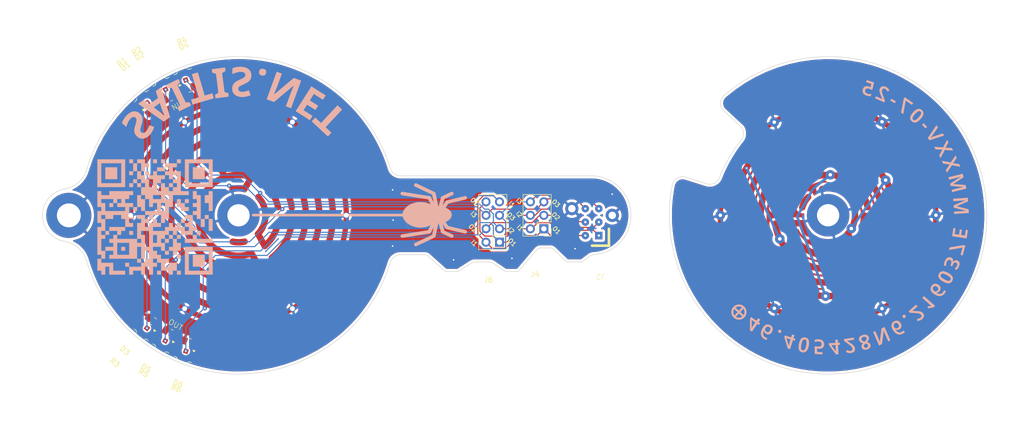
<source format=kicad_pcb>
(kicad_pcb (version 20241229) (generator "pcbnew") (generator_version "9.0")
  (layers (0 "F.Cu" signal) (2 "B.Cu" signal) (13 "F.Paste" user) (15 "B.Paste" user) (5 "F.SilkS" user "F.Silkscreen") (7 "B.SilkS" user "B.Silkscreen") (1 "F.Mask" user) (3 "B.Mask" user) (25 "Edge.Cuts" user))
  (net 0 "")
  (net 1 "Net-(J3-Pin_3)")
  (net 2 "/O3")
  (net 3 "/I2")
  (net 4 "/O1")
  (net 5 "/I1")
  (net 6 "/I3")
  (net 7 "GND")
  (net 8 "Net-(J3-Pin_2)")
  (net 9 "Net-(J3-Pin_1)")
  (net 10 "/O2")
  (net 11 "Net-(D1-K)")
  (net 12 "Net-(D2-K)")
  (net 13 "Net-(D3-K)")
  (net 14 "Net-(D4-K)")
  (net 15 "Net-(D5-K)")
  (net 16 "Net-(D6-K)")
  (footprint "LED_SMD:LED_LiteOn_LTST-S326" (layer "F.Cu") (at 81.407923 121.429723 -110)
    (property "Reference" "D6")
    (property "Value" "LED")
  )
  (footprint "LED_SMD:LED_LiteOn_LTST-S326" (layer "F.Cu") (at 73.873162 116.968401 -130)
    (property "Reference" "D3")
    (property "Value" "LED")
  )
  (footprint "robodisk:hall-matrix-selector_pogo" (layer "F.Cu") (at 159.474381 99.019977 -90)
    (property "Reference" "J2")
    (property "Value" "Conn_01x06_Pin")
  )
  (footprint "LED_SMD:LED_LiteOn_LTST-S326" (layer "F.Cu") (at 77.468359 70.90814 120)
    (property "Reference" "D2")
    (property "Value" "LED")
  )
  (footprint "LED_SMD:LED_LiteOn_LTST-S326" (layer "F.Cu") (at 81.380641 69.074528 110)
    (property "Reference" "D4")
    (property "Value" "LED")
  )
  (footprint "Resistor_SMD:R_0805_2012Metric_Pad1.20x1.40mm_HandSolder" (layer "F.Cu") (at 82.214867 119.144174 160)
    (property "Reference" "R6")
    (property "Value" "R")
  )
  (footprint "Resistor_SMD:R_0805_2012Metric_Pad1.20x1.40mm_HandSolder" (layer "F.Cu") (at 75.408938 75.278881 40)
    (property "Reference" "R1")
    (property "Value" "R")
  )
  (footprint "Connector_PinHeader_2.54mm:PinHeader_2x04_P2.54mm_Vertical" (layer "F.Cu") (at 140.754381 100.269976 180)
    (property "Reference" "J6")
    (property "Value" "Conn_01x08_Pin")
  )
  (footprint "Library:hall-matrix-selector-switch_base" (layer "F.Cu") (at 91.554381 95.199976 150)
    (property "Reference" "J1" (hide yes))
    (property "Value" "Conn_01x06_Pin" (hide yes))
  )
  (footprint "Connector_PinHeader_2.54mm:PinHeader_2x03_P2.54mm_Vertical" (layer "F.Cu") (at 149.114381 97.734976 180)
    (property "Reference" "J4")
    (property "Value" "Conn_01x06_Pin")
  )
  (footprint "LED_SMD:LED_LiteOn_LTST-S326" (layer "F.Cu") (at 77.424819 119.424285 -120)
    (property "Reference" "D5")
    (property "Value" "LED")
  )
  (footprint "Resistor_SMD:R_0805_2012Metric_Pad1.20x1.40mm_HandSolder" (layer "F.Cu") (at 75.43285 115.164223 140)
    (property "Reference" "R3")
    (property "Value" "R")
  )
  (footprint "Resistor_SMD:R_0805_2012Metric_Pad1.20x1.40mm_HandSolder" (layer "F.Cu") (at 82.160308 71.242019 20)
    (property "Reference" "R4")
    (property "Value" "R")
  )
  (footprint "LED_SMD:LED_LiteOn_LTST-S326" (layer "F.Cu") (at 73.923779 73.481972 130)
    (property "Reference" "D1")
    (property "Value" "LED")
  )
  (footprint "Library:hall-matrix-selector-switch_rotator" (layer "F.Cu") (at 202.7 95.19 150)
    (property "Reference" "J3" (hide yes))
    (property "Value" "Conn_01x06_Pin" (hide yes))
  )
  (footprint "Resistor_SMD:R_0805_2012Metric_Pad1.20x1.40mm_HandSolder" (layer "F.Cu") (at 78.656776 117.395502 150)
    (property "Reference" "R5")
    (property "Value" "R")
  )
  (footprint "robodisk:keyhole" (layer "F.Cu") (at 59.594381 95.199976)
    (property "Reference" "J5")
    (property "Value" "Conn_01x01_Pin")
  )
  (footprint "Resistor_SMD:R_0805_2012Metric_Pad1.20x1.40mm_HandSolder" (layer "F.Cu") (at 78.626749 72.945508 30)
    (property "Reference" "R2")
    (property "Value" "R")
  )
  (gr_poly (pts (xy 84.44 96.64) (xy 84.44 97.39) (xy 85.19 97.39) (xy 85.19 96.64) (xy 85.19 95.89) (xy 84.44 95.89)) (stroke (width -0.000001)) (fill yes) (layer "B.SilkS"))
  (gr_poly (pts (xy 72.44 92.14) (xy 72.44 92.89) (xy 72.44 93.64) (xy 73.19 93.64) (xy 73.19 94.39) (xy 73.94 94.39) (xy 73.94 93.64) (xy 73.94 92.89) (xy 73.94 92.14) (xy 73.19 92.14) (xy 73.19 91.39) (xy 72.44 91.39)) (stroke (width -0.000001)) (fill yes) (layer "B.SilkS"))
  (gr_poly (pts (xy 78.44 89.89) (xy 79.19 89.89) (xy 79.19 89.14) (xy 78.44 89.14)) (stroke (width -0.000001)) (fill yes) (layer "B.SilkS"))
  (gr_poly (pts (xy 77.69 102.64) (xy 78.44 102.64) (xy 78.44 101.89) (xy 77.69 101.89)) (stroke (width -0.000001)) (fill yes) (layer "B.SilkS"))
  (gr_poly (pts (xy 81.44 95.89) (xy 82.19 95.89) (xy 82.19 96.64) (xy 81.44 96.64) (xy 81.44 97.39) (xy 80.69 97.39) (xy 80.69 96.64) (xy 79.94 96.64) (xy 79.94 97.39) (xy 79.19 97.39) (xy 79.19 96.64) (xy 78.44 96.64) (xy 78.44 97.39) (xy 77.69 97.39) (xy 77.69 98.14) (xy 75.44 98.14) (xy 75.44 97.39) (xy 74.69 97.39) (xy 73.94 97.39) (xy 73.94 96.64) (xy 74.69 96.64) (xy 74.69 97.39) (xy 75.44 97.39) (xy 76.19 97.39) (xy 76.94 97.39) (xy 76.94 96.64) (xy 76.19 96.64) (xy 76.19 95.89) (xy 75.44 95.89) (xy 75.44 96.64) (xy 74.69 96.64) (xy 74.69 95.89) (xy 73.94 95.89) (xy 73.94 95.14) (xy 73.19 95.14) (xy 72.44 95.14) (xy 72.44 95.89) (xy 73.19 95.89) (xy 73.19 96.64) (xy 72.44 96.64) (xy 72.44 97.39) (xy 72.44 98.14) (xy 72.44 98.89) (xy 72.44 99.64) (xy 71.69 99.64) (xy 70.94 99.64) (xy 70.19 99.64) (xy 69.44 99.64) (xy 68.69 99.64) (xy 68.69 98.89) (xy 67.94 98.89) (xy 67.94 99.64) (xy 67.19 99.64) (xy 67.19 100.39) (xy 67.94 100.39) (xy 67.94 101.14) (xy 67.19 101.14) (xy 66.44 101.14) (xy 66.44 101.89) (xy 67.19 101.89) (xy 67.94 101.89) (xy 67.94 102.64) (xy 67.19 102.64) (xy 67.19 103.39) (xy 67.94 103.39) (xy 68.69 103.39) (xy 69.44 103.39) (xy 70.19 103.39) (xy 70.94 103.39) (xy 71.69 103.39) (xy 72.44 103.39) (xy 72.44 102.64) (xy 72.44 101.89) (xy 72.44 101.14) (xy 70.94 101.14) (xy 70.94 101.89) (xy 70.94 102.64) (xy 70.19 102.64) (xy 69.44 102.64) (xy 68.69 102.64) (xy 68.69 101.89) (xy 68.69 101.14) (xy 68.69 100.39) (xy 69.44 100.39) (xy 70.19 100.39) (xy 70.94 100.39) (xy 70.94 101.14) (xy 72.44 101.14) (xy 73.19 101.14) (xy 73.19 101.89) (xy 73.19 102.64) (xy 73.19 103.39) (xy 73.94 103.39) (xy 73.94 104.14) (xy 73.19 104.14) (xy 73.19 104.89) (xy 72.44 104.89) (xy 71.69 104.89) (xy 70.94 104.89) (xy 70.94 105.64) (xy 70.94 106.39) (xy 71.69 106.39) (xy 71.69 105.64) (xy 72.44 105.64) (xy 73.19 105.64) (xy 73.19 106.39) (xy 73.94 106.39) (xy 73.94 105.64) (xy 73.94 104.89) (xy 74.69 104.89) (xy 74.69 105.64) (xy 74.69 106.39) (xy 75.44 106.39) (xy 75.44 105.64) (xy 75.44 104.89) (xy 76.19 104.89) (xy 76.19 104.14) (xy 75.44 104.14) (xy 75.44 103.39) (xy 76.19 103.39) (xy 76.19 104.14) (xy 76.94 104.14) (xy 76.94 104.89) (xy 76.94 105.64) (xy 77.69 105.64) (xy 78.44 105.64) (xy 78.44 106.39) (xy 79.19 106.39) (xy 79.19 105.64) (xy 79.94 105.64) (xy 79.94 104.89) (xy 78.44 104.89) (xy 77.69 104.89) (xy 77.69 104.14) (xy 78.44 104.14) (xy 78.44 104.89) (xy 79.94 104.89) (xy 79.94 104.14) (xy 79.19 104.14) (xy 78.44 104.14) (xy 78.44 103.39) (xy 77.69 103.39) (xy 76.94 103.39) (xy 76.94 102.64) (xy 76.19 102.64) (xy 74.69 102.64) (xy 74.69 103.39) (xy 73.94 103.39) (xy 73.94 102.64) (xy 73.94 101.89) (xy 74.69 101.89) (xy 74.69 102.64) (xy 76.19 102.64) (xy 76.19 101.89) (xy 75.44 101.89) (xy 75.44 101.14) (xy 76.19 101.14) (xy 76.94 101.14) (xy 76.94 101.89) (xy 77.69 101.89) (xy 77.69 101.14) (xy 77.69 100.39) (xy 76.94 100.39) (xy 76.94 99.64) (xy 76.19 99.64) (xy 76.19 100.39) (xy 75.44 100.39) (xy 75.44 99.64) (xy 75.44 98.89) (xy 74.69 98.89) (xy 74.69 99.64) (xy 74.69 100.39) (xy 74.69 101.14) (xy 73.94 101.14) (xy 73.94 100.39) (xy 73.19 100.39) (xy 72.44 100.39) (xy 72.44 99.64) (xy 73.19 99.64) (xy 73.19 100.39) (xy 73.94 100.39) (xy 73.94 99.64) (xy 73.94 98.89) (xy 73.19 98.89) (xy 73.19 98.14) (xy 73.94 98.14) (xy 74.69 98.14) (xy 74.69 98.89) (xy 75.44 98.89) (xy 76.19 98.89) (xy 76.19 99.64) (xy 76.94 99.64) (xy 77.69 99.64) (xy 77.69 98.89) (xy 78.44 98.89) (xy 78.44 98.14) (xy 79.19 98.14) (xy 79.19 98.89) (xy 79.94 98.89) (xy 79.94 98.14) (xy 80.69 98.14) (xy 80.69 98.89) (xy 81.44 98.89) (xy 82.19 98.89) (xy 82.94 98.89) (xy 82.94 98.14) (xy 82.19 98.14) (xy 81.44 98.14) (xy 81.44 97.39) (xy 82.19 97.39) (xy 82.19 98.14) (xy 82.94 98.14) (xy 83.69 98.14) (xy 83.69 97.39) (xy 82.94 97.39) (xy 82.94 96.64) (xy 82.94 95.89) (xy 82.94 95.14) (xy 82.19 95.14) (xy 81.44 95.14)) (stroke (width -0.000001)) (fill yes) (layer "B.SilkS"))
  (gr_poly (pts (xy 70.94 89.89) (xy 71.69 89.89) (xy 71.69 89.14) (xy 70.94 89.14)) (stroke (width -0.000001)) (fill yes) (layer "B.SilkS"))
  (gr_poly (pts (xy 81.44 85.39) (xy 81.44 86.14) (xy 81.44 86.89) (xy 81.44 87.64) (xy 81.44 88.39) (xy 81.44 89.14) (xy 81.44 89.89) (xy 82.19 89.89) (xy 82.94 89.89) (xy 83.69 89.89) (xy 84.44 89.89) (xy 85.19 89.89) (xy 85.94 89.89) (xy 86.69 89.89) (xy 86.69 89.14) (xy 86.69 88.39) (xy 86.69 87.64) (xy 86.69 86.89) (xy 86.69 86.14) (xy 85.94 86.14) (xy 85.94 86.89) (xy 85.94 87.64) (xy 85.94 88.39) (xy 85.94 89.14) (xy 85.19 89.14) (xy 84.44 89.14) (xy 83.69 89.14) (xy 82.94 89.14) (xy 82.19 89.14) (xy 82.19 88.39) (xy 82.19 87.64) (xy 82.19 86.89) (xy 82.19 86.14) (xy 82.19 85.39) (xy 82.94 85.39) (xy 83.69 85.39) (xy 84.44 85.39) (xy 85.19 85.39) (xy 85.94 85.39) (xy 85.94 86.14) (xy 86.69 86.14) (xy 86.69 85.39) (xy 86.69 84.64) (xy 85.94 84.64) (xy 85.19 84.64) (xy 84.44 84.64) (xy 83.69 84.64) (xy 82.94 84.64) (xy 82.19 84.64) (xy 81.44 84.64)) (stroke (width -0.000001)) (fill yes) (layer "B.SilkS"))
  (gr_poly (pts (xy 78.44 99.64) (xy 79.19 99.64) (xy 79.19 98.89) (xy 78.44 98.89)) (stroke (width -0.000001)) (fill yes) (layer "B.SilkS"))
  (gr_poly (pts (xy 89.098273 67.994251) (xy 88.467421 68.387088) (xy 88.918059 71.944294) (xy 89.626937 72.167415) (xy 89.710814 72.829578) (xy 87.208449 73.146579) (xy 87.124572 72.484417) (xy 87.755416 72.091571) (xy 87.304793 68.534366) (xy 86.595916 68.311244) (xy 86.512038 67.649082) (xy 89.014396 67.332073)) (fill yes) (layer "B.SilkS"))
  (gr_poly (pts (xy 77.69 100.39) (xy 78.44 100.39) (xy 78.44 99.64) (xy 77.69 99.64)) (stroke (width -0.000001)) (fill yes) (layer "B.SilkS"))
  (gr_poly (pts (xy 80.514419 70.107814) (xy 80.040786 70.680492) (xy 81.596633 73.910991) (xy 82.339675 73.897701) (xy 82.629287 74.49905) (xy 80.356749 75.593532) (xy 80.067138 74.992183) (xy 80.540771 74.419506) (xy 78.984931 71.189006) (xy 78.241881 71.202297) (xy 77.952262 70.600948) (xy 80.224799 69.506465)) (fill yes) (layer "B.SilkS"))
  (gr_poly (pts (xy 96.081256 67.564572) (xy 96.114267 67.566173) (xy 96.14768 67.569013) (xy 96.181495 67.573092) (xy 96.215713 67.578411) (xy 96.248778 67.584693) (xy 96.281051 67.592008) (xy 96.31253 67.600356) (xy 96.343216 67.609736) (xy 96.373108 67.620148) (xy 96.402207 67.631593) (xy 96.430513 67.64407) (xy 96.458025 67.657579) (xy 96.484744 67.672121) (xy 96.51067 67.687694) (xy 96.535802 67.704301) (xy 96.560141 67.721939) (xy 96.583687 67.740609) (xy 96.60644 67.760312) (xy 96.628399 67.781047) (xy 96.649566 67.802814) (xy 96.670227 67.826802) (xy 96.689089 67.851956) (xy 96.706149 67.878277) (xy 96.721409 67.905764) (xy 96.734868 67.934417) (xy 96.746526 67.964237) (xy 96.756384 67.995223) (xy 96.764441 68.027376) (xy 96.770697 68.060695) (xy 96.775152 68.09518) (xy 96.777807 68.130832) (xy 96.77866 68.16765) (xy 96.777713 68.205635) (xy 96.774966 68.244786) (xy 96.770417 68.285103) (xy 96.764068 68.326587) (xy 96.75585 68.369625) (xy 96.746356 68.410782) (xy 96.735588 68.450058) (xy 96.723544 68.487452) (xy 96.710224 68.522966) (xy 96.695629 68.556599) (xy 96.687854 68.57271) (xy 96.679759 68.58835) (xy 96.671345 68.603521) (xy 96.662613 68.618221) (xy 96.653562 68.632451) (xy 96.644191 68.64621) (xy 96.634502 68.659499) (xy 96.624494 68.672318) (xy 96.614167 68.684667) (xy 96.603521 68.696546) (xy 96.592557 68.707954) (xy 96.581273 68.718891) (xy 96.56967 68.729359) (xy 96.557749 68.739356) (xy 96.545508 68.748883) (xy 96.532949 68.75794) (xy 96.520071 68.766526) (xy 96.506873 68.774642) (xy 96.493357 68.782287) (xy 96.479522 68.789463) (xy 96.45229 68.80289) (xy 96.424656 68.815078) (xy 96.39662 68.826029) (xy 96.368182 68.835741) (xy 96.339342 68.844215) (xy 96.310101 68.85145) (xy 96.280457 68.857447) (xy 96.250411 68.862206) (xy 96.219963 68.865726) (xy 96.189114 68.868008) (xy 96.157862 68.869052) (xy 96.126208 68.868857) (xy 96.094153 68.867424) (xy 96.061695 68.864752) (xy 96.028835 68.860842) (xy 95.995574 68.855693) (xy 95.961554 68.849245) (xy 95.928327 68.841764) (xy 95.895893 68.833252) (xy 95.864252 68.823707) (xy 95.833404 68.81313) (xy 95.803349 68.801521) (xy 95.774087 68.788879) (xy 95.745619 68.775205) (xy 95.717943 68.760499) (xy 95.691061 68.744761) (xy 95.664972 68.72799) (xy 95.639676 68.710187) (xy 95.615173 68.691351) (xy 95.591464 68.671483) (xy 95.568547 68.650583) (xy 95.546424 68.62865) (xy 95.52654 68.605688) (xy 95.508428 68.58137) (xy 95.492088 68.555696) (xy 95.477519 68.528666) (xy 95.464722 68.50028) (xy 95.453697 68.470539) (xy 95.444444 68.439442) (xy 95.436962 68.406989) (xy 95.431252 68.37318) (xy 95.427314 68.338015) (xy 95.425148 68.301494) (xy 95.424754 68.263618) (xy 95.426131 68.224385) (xy 95.42928 68.183797) (xy 95.434201 68.141853) (xy 95.440894 68.098552) (xy 95.440902 68.098552) (xy 95.448775 68.057331) (xy 95.457895 68.017802) (xy 95.468261 67.979964) (xy 95.479874 67.943818) (xy 95.492734 67.909364) (xy 95.506841 67.876601) (xy 95.522194 67.84553) (xy 95.530338 67.830628) (xy 95.538794 67.81615) (xy 95.547561 67.802095) (xy 95.55664 67.788462) (xy 95.56603 67.775253) (xy 95.575733 67.762466) (xy 95.585747 67.750102) (xy 95.596072 67.738161) (xy 95.606709 67.726643) (xy 95.617658 67.715548) (xy 95.628919 67.704875) (xy 95.640491 67.694626) (xy 95.652375 67.684799) (xy 95.66457 67.675396) (xy 95.677077 67.666415) (xy 95.689896 67.657857) (xy 95.703026 67.649722) (xy 95.716468 67.642009) (xy 95.744657 67.628741) (xy 95.773247 67.616712) (xy 95.80224 67.605923) (xy 95.831634 67.596372) (xy 95.86143 67.58806) (xy 95.891628 67.580987) (xy 95.922228 67.575154) (xy 95.95323 67.570559) (xy 95.984633 67.567204) (xy 96.016439 67.565087) (xy 96.048646 67.56421)) (fill yes) (layer "B.SilkS"))
  (gr_poly (pts (xy 85.94 91.39) (xy 85.19 91.39) (xy 85.19 92.14) (xy 85.19 92.89) (xy 85.94 92.89) (xy 85.94 93.64) (xy 85.94 94.39) (xy 86.69 94.39) (xy 86.69 93.64) (xy 86.69 92.89) (xy 86.69 92.14) (xy 86.69 91.39) (xy 86.69 90.64) (xy 85.94 90.64)) (stroke (width -0.000001)) (fill yes) (layer "B.SilkS"))
  (gr_poly (pts (xy 85.19 95.89) (xy 85.94 95.89) (xy 85.94 95.14) (xy 85.19 95.14)) (stroke (width -0.000001)) (fill yes) (layer "B.SilkS"))
  (gr_poly (pts (xy 79.94 85.39) (xy 80.69 85.39) (xy 80.69 84.64) (xy 79.94 84.64)) (stroke (width -0.000001)) (fill yes) (layer "B.SilkS"))
  (gr_poly (pts (xy 83.69 98.89) (xy 84.44 98.89) (xy 84.44 98.14) (xy 83.69 98.14)) (stroke (width -0.000001)) (fill yes) (layer "B.SilkS"))
  (gr_poly (pts (xy 76.19 106.39) (xy 76.94 106.39) (xy 76.94 105.64) (xy 76.19 105.64)) (stroke (width -0.000001)) (fill yes) (layer "B.SilkS"))
  (gr_poly (pts (xy 70.94 87.64) (xy 71.69 87.64) (xy 71.69 86.89) (xy 70.94 86.89)) (stroke (width -0.000001)) (fill yes) (layer "B.SilkS"))
  (gr_poly (pts (xy 76.94 85.39) (xy 77.69 85.39) (xy 77.69 84.64) (xy 76.94 84.64)) (stroke (width -0.000001)) (fill yes) (layer "B.SilkS"))
  (gr_poly (pts (xy 82.94 103.39) (xy 82.94 104.14) (xy 82.94 104.89) (xy 83.69 104.89) (xy 84.44 104.89) (xy 85.19 104.89) (xy 85.19 104.14) (xy 85.19 103.39) (xy 85.19 102.64) (xy 84.44 102.64) (xy 83.69 102.64) (xy 82.94 102.64)) (stroke (width -0.000001)) (fill yes) (layer "B.SilkS"))
  (gr_poly (pts (xy 85.182151 72.621791) (xy 86.618667 72.197391) (xy 86.897933 73.142665) (xy 82.886115 74.327907) (xy 82.606841 73.38264) (xy 84.043364 72.95824) (xy 82.75257 68.589153) (xy 83.891356 68.252712)) (fill yes) (layer "B.SilkS"))
  (gr_poly (pts (xy 82.94 91.39) (xy 82.94 92.14) (xy 83.69 92.14) (xy 83.69 92.89) (xy 82.94 92.89) (xy 82.94 93.64) (xy 83.69 93.64) (xy 83.69 94.39) (xy 82.94 94.39) (xy 82.94 95.14) (xy 83.69 95.14) (xy 83.69 95.89) (xy 84.44 95.89) (xy 84.44 95.14) (xy 84.44 94.39) (xy 84.44 93.64) (xy 84.44 92.89) (xy 84.44 92.14) (xy 84.44 91.39) (xy 83.69 91.39) (xy 83.69 90.64) (xy 82.94 90.64)) (stroke (width -0.000001)) (fill yes) (layer "B.SilkS"))
  (gr_poly (pts (xy 64.94 104.14) (xy 64.94 104.89) (xy 64.94 105.64) (xy 65.69 105.64) (xy 65.69 106.39) (xy 66.44 106.39) (xy 66.44 105.64) (xy 66.44 104.89) (xy 67.19 104.89) (xy 67.19 105.64) (xy 67.19 106.39) (xy 67.94 106.39) (xy 68.69 106.39) (xy 69.44 106.39) (xy 70.19 106.39) (xy 70.19 105.64) (xy 69.44 105.64) (xy 68.69 105.64) (xy 67.94 105.64) (xy 67.94 104.89) (xy 67.94 104.14) (xy 67.19 104.14) (xy 66.44 104.14) (xy 65.69 104.14) (xy 65.69 103.39) (xy 64.94 103.39)) (stroke (width -0.000001)) (fill yes) (layer "B.SilkS"))
  (gr_poly (pts (xy 71.69 89.14) (xy 72.44 89.14) (xy 72.44 88.39) (xy 71.69 88.39)) (stroke (width -0.000001)) (fill yes) (layer "B.SilkS"))
  (gr_poly (pts (xy 72 75.6) (xy 72.082018 75.604776) (xy 72.162878 75.614186) (xy 72.242581 75.62823) (xy 72.321126 75.646908) (xy 72.398514 75.67022) (xy 72.474744 75.698166) (xy 72.549816 75.730745) (xy 72.623731 75.767958) (xy 72.696489 75.809806) (xy 72.768089 75.856287) (xy 72.838531 75.907401) (xy 72.907816 75.96315) (xy 72.975944 76.023532) (xy 72.975959 76.023525) (xy 73.014944 76.06058) (xy 73.052263 76.097826) (xy 73.087916 76.135263) (xy 73.121902 76.17289) (xy 73.154223 76.210708) (xy 73.184877 76.248717) (xy 73.213865 76.286916) (xy 73.241187 76.325306) (xy 73.266843 76.363887) (xy 73.290832 76.402659) (xy 73.313156 76.441621) (xy 73.333813 76.480774) (xy 73.352804 76.520118) (xy 73.370128 76.559652) (xy 73.385787 76.599377) (xy 73.399779 76.639293) (xy 73.412345 76.679498) (xy 73.423724 76.720091) (xy 73.433916 76.761071) (xy 73.442921 76.802439) (xy 73.450739 76.844194) (xy 73.45737 76.886336) (xy 73.462815 76.928866) (xy 73.467072 76.971783) (xy 73.470143 77.015088) (xy 73.472027 77.05878) (xy 73.472725 77.102859) (xy 73.472235 77.147326) (xy 73.470559 77.19218) (xy 73.467697 77.237422) (xy 73.463647 77.283051) (xy 73.458411 77.329067) (xy 73.446489 77.421413) (xy 73.431406 77.516451) (xy 73.413163 77.61418) (xy 73.39176 77.714601) (xy 73.367196 77.817713) (xy 73.339472 77.923517) (xy 73.308588 78.032013) (xy 73.274543 78.143199) (xy 73.233446 78.276959) (xy 73.196016 78.403204) (xy 73.162253 78.521932) (xy 73.132156 78.633144) (xy 73.105726 78.73684) (xy 73.082963 78.833021) (xy 73.063867 78.921685) (xy 73.048438 79.002834) (xy 73.042698 79.041104) (xy 73.039072 79.078523) (xy 73.037559 79.11509) (xy 73.03816 79.150807) (xy 73.040874 79.185673) (xy 73.045702 79.219688) (xy 73.052642 79.252852) (xy 73.061697 79.285165) (xy 73.072865 79.316627) (xy 73.086146 79.347238) (xy 73.101541 79.376999) (xy 73.11905 79.405908) (xy 73.138672 79.433966) (xy 73.160407 79.461173) (xy 73.184257 79.487529) (xy 73.210219 79.513034) (xy 73.233179 79.533395) (xy 73.256555 79.552238) (xy 73.280346 79.569564) (xy 73.304553 79.585374) (xy 73.329175 79.599666) (xy 73.354213 79.612442) (xy 73.379667 79.6237) (xy 73.405536 79.633441) (xy 73.43182 79.641666) (xy 73.45852 79.648373) (xy 73.485636 79.653563) (xy 73.513167 79.657236) (xy 73.541114 79.659392) (xy 73.569477 79.660031) (xy 73.598255 79.659153) (xy 73.627448 79.656757) (xy 73.656817 79.652746) (xy 73.686123 79.647021) (xy 73.715364 79.639582) (xy 73.744541 79.63043) (xy 73.773655 79.619564) (xy 73.802704 79.606984) (xy 73.83169 79.59269) (xy 73.860612 79.576683) (xy 73.88947 79.558961) (xy 73.918264 79.539526) (xy 73.946994 79.518378) (xy 73.975661 79.495515) (xy 74.004264 79.470939) (xy 74.032803 79.444649) (xy 74.061278 79.416646) (xy 74.08969 79.386928) (xy 74.142667 79.327893) (xy 74.193358 79.267399) (xy 74.241764 79.205445) (xy 74.287885 79.142031) (xy 74.33172 79.077158) (xy 74.37327 79.010826) (xy 74.412535 78.943034) (xy 74.449515 78.873783) (xy 74.485378 78.802171) (xy 74.52129 78.727296) (xy 74.557252 78.649158) (xy 74.593265 78.567757) (xy 74.629327 78.483094) (xy 74.66544 78.395168) (xy 74.701602 78.30398) (xy 74.737815 78.209529) (xy 75.667754 78.553836) (xy 75.628637 78.662468) (xy 75.588225 78.768575) (xy 75.546517 78.872155) (xy 75.503514 78.973209) (xy 75.459216 79.071737) (xy 75.413622 79.167738) (xy 75.366733 79.261213) (xy 75.318549 79.352161) (xy 75.269386 79.439885) (xy 75.216923 79.52653) (xy 75.161158 79.612098) (xy 75.102094 79.696587) (xy 75.039728 79.779998) (xy 74.974061 79.862331) (xy 74.905093 79.943585) (xy 74.832824 80.023761) (xy 74.758674 80.101239) (xy 74.684064 80.1744) (xy 74.608992 80.243245) (xy 74.533459 80.307775) (xy 74.457465 80.367988) (xy 74.38101 80.423886) (xy 74.304094 80.475468) (xy 74.226717 80.522733) (xy 74.148879 80.565683) (xy 74.070579 80.604316) (xy 73.991819 80.638634) (xy 73.912598 80.668635) (xy 73.832915 80.69432) (xy 73.752772 80.715689) (xy 73.672167 80.732742) (xy 73.591102 80.745479) (xy 73.510902 80.754386) (xy 73.431472 80.758631) (xy 73.352813 80.758213) (xy 73.274924 80.753132) (xy 73.197806 80.74339) (xy 73.121458 80.728985) (xy 73.04588 80.709918) (xy 72.971072 80.686188) (xy 72.897035 80.657796) (xy 72.823768 80.624742) (xy 72.751272 80.587026) (xy 72.679545 80.544647) (xy 72.60859 80.497606) (xy 72.538404 80.445903) (xy 72.468989 80.389537) (xy 72.400344 80.32851) (xy 72.366164 80.296081) (xy 72.333308 80.263475) (xy 72.301775 80.23069) (xy 72.271565 80.197728) (xy 72.242679 80.164588) (xy 72.215116 80.131269) (xy 72.188877 80.097773) (xy 72.163961 80.064099) (xy 72.140369 80.030247) (xy 72.1181 79.996216) (xy 72.097155 79.962008) (xy 72.077534 79.927622) (xy 72.059235 79.893057) (xy 72.042261 79.858315) (xy 72.02661 79.823394) (xy 72.012282 79.788295) (xy 71.999019 79.753114) (xy 71.986572 79.717945) (xy 71.974941 79.682788) (xy 71.964127 79.647645) (xy 71.954129 79.612513) (xy 71.944947 79.577395) (xy 71.936581 79.542289) (xy 71.929031 79.507195) (xy 71.922298 79.472114) (xy 71.916381 79.437046) (xy 71.91128 79.40199) (xy 71.906995 79.366947) (xy 71.903526 79.331917) (xy 71.900874 79.296899) (xy 71.899037 79.261894) (xy 71.898017 79.226902) (xy 71.900312 79.157226) (xy 71.904181 79.088349) (xy 71.909625 79.020272) (xy 71.916643 78.952994) (xy 71.925236 78.886515) (xy 71.935404 78.820835) (xy 71.947146 78.755955) (xy 71.960464 78.691875) (xy 71.991614 78.569895) (xy 72.022971 78.453401) (xy 72.054534 78.342392) (xy 72.086303 78.236866) (xy 72.135604 78.0768) (xy 72.180387 77.924453) (xy 72.220651 77.779826) (xy 72.2564 77.642917) (xy 72.273228 77.57862) (xy 72.287378 77.516139) (xy 72.298849 77.455475) (xy 72.30358 77.425824) (xy 72.307642 77.396627) (xy 72.311034 77.367884) (xy 72.313756 77.339595) (xy 72.315809 77.31176) (xy 72.317193 77.284379) (xy 72.317907 77.257452) (xy 72.317951 77.230978) (xy 72.317326 77.204959) (xy 72.316031 77.179393) (xy 72.314492 77.153601) (xy 72.311813 77.128323) (xy 72.307995 77.103559) (xy 72.303038 77.07931) (xy 72.296941 77.055576) (xy 72.289706 77.032355) (xy 72.281331 77.009649) (xy 72.271816 76.987458) (xy 72.261163 76.965781) (xy 72.24937 76.944618) (xy 72.236437 76.923969) (xy 72.222365 76.903835) (xy 72.207154 76.884215) (xy 72.190804 76.865109) (xy 72.173314 76.846518) (xy 72.154685 76.828441) (xy 72.13097 76.807422) (xy 72.106754 76.787923) (xy 72.082036 76.769944) (xy 72.056818 76.753485) (xy 72.031098 76.738547) (xy 72.004878 76.725129) (xy 71.978156 76.713231) (xy 71.950933 76.702854) (xy 71.92321 76.693996) (xy 71.894985 76.68666) (xy 71.866258 76.680843) (xy 71.837031 76.676547) (xy 71.807302 76.673771) (xy 71.777073 76.672515) (xy 71.746342 76.672779) (xy 71.71511 76.674564) (xy 71.684785 76.678225) (xy 71.654032 76.684219) (xy 71.622851 76.692545) (xy 71.591242 76.703204) (xy 71.559205 76.716196) (xy 71.526739 76.73152) (xy 71.493846 76.749178) (xy 71.460525 76.769167) (xy 71.426775 76.79149) (xy 71.392597 76.816145) (xy 71.357992 76.843133) (xy 71.322958 76.872454) (xy 71.287496 76.904108) (xy 71.251606 76.938094) (xy 71.215288 76.974413) (xy 71.178542 77.013065) (xy 71.143282 77.051855) (xy 71.10878 77.091431) (xy 71.075037 77.131795) (xy 71.042053 77.172945) (xy 71.009827 77.214882) (xy 70.97836 77.257606) (xy 70.947652 77.301117) (xy 70.917703 77.345415) (xy 70.888512 77.390499) (xy 70.86008 77.436371) (xy 70.832407 77.48303) (xy 70.805492 77.530476) (xy 70.779336 77.578709) (xy 70.753939 77.627729) (xy 70.7293 77.677536) (xy 70.70542 77.72813) (xy 70.618957 77.931798) (xy 70.536608 78.135312) (xy 70.458371 78.338673) (xy 70.384246 78.541881) (xy 69.58219 77.797412) (xy 69.611806 77.706104) (xy 69.644323 77.615504) (xy 69.67974 77.52561) (xy 69.718058 77.436423) (xy 69.759277 77.347943) (xy 69.803396 77.260171) (xy 69.850417 77.173105) (xy 69.900338 77.086747) (xy 69.95316 77.001095) (xy 70.008884 76.916151) (xy 70.067508 76.831914) (xy 70.129033 76.748384) (xy 70.193459 76.665562) (xy 70.260786 76.583446) (xy 70.331014 76.502038) (xy 70.404143 76.421337) (xy 70.487351 76.334189) (xy 70.570655 76.251929) (xy 70.654055 76.174556) (xy 70.737551 76.102071) (xy 70.821143 76.034473) (xy 70.904832 75.971763) (xy 70.988616 75.91394) (xy 71.072496 75.861005) (xy 71.156473 75.812958) (xy 71.240546 75.769798) (xy 71.324714 75.731525) (xy 71.408979 75.69814) (xy 71.49334 75.669643) (xy 71.577798 75.646033) (xy 71.662351 75.62731) (xy 71.747001 75.613475) (xy 71.832491 75.60435) (xy 71.916825 75.599858)) (fill yes) (layer "B.SilkS"))
  (gr_poly (pts (xy 82.94 86.89) (xy 82.94 87.64) (xy 82.94 88.39) (xy 83.69 88.39) (xy 84.44 88.39) (xy 85.19 88.39) (xy 85.19 87.64) (xy 85.19 86.89) (xy 85.19 86.14) (xy 84.44 86.14) (xy 83.69 86.14) (xy 82.94 86.14)) (stroke (width -0.000001)) (fill yes) (layer "B.SilkS"))
  (gr_poly (pts (xy 79.94 92.89) (xy 79.94 93.64) (xy 80.69 93.64) (xy 80.69 94.39) (xy 81.44 94.39) (xy 82.19 94.39) (xy 82.19 93.64) (xy 81.44 93.64) (xy 81.44 92.89) (xy 80.69 92.89) (xy 80.69 92.14) (xy 79.94 92.14)) (stroke (width -0.000001)) (fill yes) (layer "B.SilkS"))
  (gr_poly (pts (xy 79.94 99.64) (xy 80.69 99.64) (xy 80.69 98.89) (xy 79.94 98.89)) (stroke (width -0.000001)) (fill yes) (layer "B.SilkS"))
  (gr_poly (pts (xy 69.44 101.89) (xy 70.19 101.89) (xy 70.19 101.14) (xy 69.44 101.14)) (stroke (width -0.000001)) (fill yes) (layer "B.SilkS"))
  (gr_poly (pts (xy 64.94 85.39) (xy 64.94 86.14) (xy 64.94 86.89) (xy 64.94 87.64) (xy 64.94 88.39) (xy 64.94 89.14) (xy 64.94 89.89) (xy 65.69 89.89) (xy 66.44 89.89) (xy 67.19 89.89) (xy 67.94 89.89) (xy 68.69 89.89) (xy 69.44 89.89) (xy 70.19 89.89) (xy 70.19 89.14) (xy 70.19 88.39) (xy 70.19 87.64) (xy 70.19 86.89) (xy 70.19 86.14) (xy 69.44 86.14) (xy 69.44 86.89) (xy 69.44 87.64) (xy 69.44 88.39) (xy 69.44 89.14) (xy 65.69 89.14) (xy 65.69 88.39) (xy 65.69 87.64) (xy 65.69 86.89) (xy 65.69 86.14) (xy 65.69 85.39) (xy 66.44 85.39) (xy 67.19 85.39) (xy 67.94 85.39) (xy 68.69 85.39) (xy 69.44 85.39) (xy 69.44 86.14) (xy 70.19 86.14) (xy 70.19 85.39) (xy 70.19 84.64) (xy 69.44 84.64) (xy 68.69 84.64) (xy 67.94 84.64) (xy 67.19 84.64) (xy 66.44 84.64) (xy 65.69 84.64) (xy 64.94 84.64)) (stroke (width -0.000001)) (fill yes) (layer "B.SilkS"))
  (gr_poly (pts (xy 111.081344 75.263965) (xy 107.975142 78.596607) (xy 109.070891 79.6179) (xy 108.398848 80.338932) (xy 105.338714 77.486728) (xy 106.010756 76.765697) (xy 107.106498 77.786991) (xy 110.212699 74.454341)) (fill yes) (layer "B.SilkS"))
  (gr_poly (pts (xy 75.44 85.39) (xy 76.19 85.39) (xy 76.19 84.64) (xy 75.44 84.64)) (stroke (width -0.000001)) (fill yes) (layer "B.SilkS"))
  (gr_poly (pts (xy 81.44 92.89) (xy 82.19 92.89) (xy 82.19 92.14) (xy 81.44 92.14)) (stroke (width -0.000001)) (fill yes) (layer "B.SilkS"))
  (gr_poly (pts (xy 67.19 93.64) (xy 67.94 93.64) (xy 67.94 92.89) (xy 67.19 92.89)) (stroke (width -0.000001)) (fill yes) (layer "B.SilkS"))
  (gr_poly (pts (xy 71.69 94.39) (xy 72.44 94.39) (xy 72.44 93.64) (xy 71.69 93.64)) (stroke (width -0.000001)) (fill yes) (layer "B.SilkS"))
  (gr_poly (pts (xy 71.69 86.14) (xy 71.69 86.89) (xy 72.44 86.89) (xy 72.44 86.14) (xy 72.44 85.39) (xy 71.69 85.39)) (stroke (width -0.000001)) (fill yes) (layer "B.SilkS"))
  (gr_poly (pts (xy 78.649734 76.692928) (xy 77.466598 77.546817) (xy 73.634386 74.874637) (xy 75.585898 74.874637) (xy 76.610862 75.618457) (xy 76.741995 75.72721) (xy 76.899856 75.859737) (xy 77.251395 76.161159) (xy 77.297157 76.198869) (xy 77.341138 76.23577) (xy 77.383339 76.271863) (xy 77.42376 76.307147) (xy 77.462401 76.341622) (xy 77.499261 76.375288) (xy 77.534341 76.408147) (xy 77.567641 76.440197) (xy 77.413268 76.053897) (xy 77.323945 75.824048) (xy 77.236899 75.597339) (xy 77.199383 75.489822) (xy 77.166449 75.396943) (xy 77.138096 75.318702) (xy 77.114325 75.2551) (xy 76.724982 74.052539) (xy 75.585898 74.874637) (xy 73.634386 74.874637) (xy 72.630401 74.174564) (xy 73.668792 73.425144) (xy 74.777968 74.232608) (xy 76.363875 73.088039) (xy 75.946959 71.780956) (xy 76.985351 71.031528)) (fill yes) (layer "B.SilkS"))
  (gr_poly (pts (xy 67.19 91.39) (xy 65.69 91.39) (xy 65.69 90.64) (xy 64.94 90.64) (xy 64.94 91.39) (xy 64.94 92.14) (xy 64.94 92.89) (xy 64.94 93.64) (xy 65.69 93.64) (xy 65.69 94.39) (xy 64.94 94.39) (xy 64.94 95.14) (xy 64.94 95.89) (xy 64.94 96.64) (xy 65.69 96.64) (xy 65.69 97.39) (xy 64.94 97.39) (xy 64.94 98.14) (xy 64.94 98.89) (xy 64.94 99.64) (xy 64.94 100.39) (xy 64.94 101.14) (xy 64.94 101.89) (xy 64.94 102.64) (xy 65.69 102.64) (xy 65.69 103.39) (xy 66.44 103.39) (xy 66.44 102.64) (xy 66.44 101.89) (xy 65.69 101.89) (xy 65.69 101.14) (xy 65.69 100.39) (xy 65.69 99.64) (xy 66.44 99.64) (xy 66.44 98.89) (xy 65.69 98.89) (xy 65.69 98.14) (xy 66.44 98.14) (xy 66.44 97.39) (xy 66.44 96.64) (xy 66.44 95.89) (xy 65.69 95.89) (xy 65.69 95.14) (xy 66.44 95.14) (xy 66.44 95.89) (xy 67.19 95.89) (xy 67.94 95.89) (xy 67.94 95.14) (xy 68.69 95.14) (xy 69.44 95.14) (xy 69.44 95.89) (xy 70.19 95.89) (xy 70.19 96.64) (xy 70.19 97.39) (xy 70.94 97.39) (xy 71.69 97.39) (xy 71.69 96.64) (xy 70.94 96.64) (xy 70.94 95.89) (xy 71.69 95.89) (xy 71.69 95.14) (xy 70.94 95.14) (xy 70.94 94.39) (xy 70.94 93.64) (xy 70.19 93.64) (xy 70.19 94.39) (xy 69.44 94.39) (xy 68.69 94.39) (xy 67.94 94.39) (xy 67.19 94.39) (xy 66.44 94.39) (xy 66.44 93.64) (xy 66.44 92.89) (xy 65.69 92.89) (xy 65.69 92.14) (xy 66.44 92.14) (xy 67.19 92.14) (xy 67.94 92.14) (xy 67.94 92.89) (xy 68.69 92.89) (xy 68.69 93.64) (xy 69.44 93.64) (xy 70.19 93.64) (xy 70.94 93.64) (xy 71.69 93.64) (xy 71.69 92.89) (xy 70.94 92.89) (xy 70.19 92.89) (xy 69.44 92.89) (xy 68.69 92.89) (xy 68.69 92.14) (xy 69.44 92.14) (xy 69.44 92.89) (xy 70.19 92.89) (xy 70.19 92.14) (xy 70.94 92.14) (xy 70.94 91.39) (xy 71.69 91.39) (xy 71.69 90.64) (xy 70.94 90.64) (xy 70.19 90.64) (xy 69.44 90.64) (xy 68.69 90.64) (xy 67.94 90.64) (xy 67.19 90.64)) (stroke (width -0.000001)) (fill yes) (layer "B.SilkS"))
  (gr_poly (pts (xy 80.69 96.64) (xy 81.44 96.64) (xy 81.44 95.89) (xy 80.69 95.89)) (stroke (width -0.000001)) (fill yes) (layer "B.SilkS"))
  (gr_poly (pts (xy 72.44 89.89) (xy 73.19 89.89) (xy 73.19 89.14) (xy 72.44 89.14)) (stroke (width -0.000001)) (fill yes) (layer "B.SilkS"))
  (gr_poly (pts (xy 66.44 98.89) (xy 67.19 98.89) (xy 67.19 98.14) (xy 66.44 98.14)) (stroke (width -0.000001)) (fill yes) (layer "B.SilkS"))
  (gr_poly (pts (xy 77.69 86.14) (xy 78.44 86.14) (xy 78.44 86.89) (xy 77.69 86.89) (xy 77.69 87.64) (xy 76.94 87.64) (xy 76.19 87.64) (xy 76.19 86.89) (xy 75.44 86.89) (xy 75.44 87.64) (xy 74.69 87.64) (xy 74.69 88.39) (xy 73.94 88.39) (xy 73.94 87.64) (xy 73.19 87.64) (xy 73.19 86.89) (xy 72.44 86.89) (xy 72.44 87.64) (xy 72.44 88.39) (xy 73.19 88.39) (xy 73.19 89.14) (xy 73.94 89.14) (xy 73.94 89.89) (xy 73.19 89.89) (xy 73.19 90.64) (xy 73.19 91.39) (xy 73.94 91.39) (xy 73.94 92.14) (xy 74.69 92.14) (xy 74.69 92.89) (xy 74.69 93.64) (xy 75.44 93.64) (xy 75.44 92.89) (xy 76.19 92.89) (xy 76.19 93.64) (xy 76.19 94.39) (xy 75.44 94.39) (xy 74.69 94.39) (xy 73.94 94.39) (xy 73.94 95.14) (xy 74.69 95.14) (xy 74.69 95.89) (xy 75.44 95.89) (xy 75.44 95.14) (xy 76.19 95.14) (xy 76.94 95.14) (xy 76.94 95.89) (xy 76.94 96.64) (xy 77.69 96.64) (xy 77.69 95.89) (xy 78.44 95.89) (xy 78.44 95.14) (xy 78.44 94.39) (xy 78.44 93.64) (xy 77.69 93.64) (xy 77.69 94.39) (xy 76.94 94.39) (xy 76.94 93.64) (xy 76.94 92.89) (xy 77.69 92.89) (xy 77.69 93.64) (xy 78.44 93.64) (xy 79.19 93.64) (xy 79.19 92.89) (xy 79.19 92.14) (xy 78.44 92.14) (xy 77.69 92.14) (xy 76.94 92.14) (xy 75.44 92.14) (xy 75.44 91.39) (xy 76.19 91.39) (xy 76.94 91.39) (xy 76.94 92.14) (xy 77.69 92.14) (xy 77.69 91.39) (xy 78.44 91.39) (xy 78.44 92.14) (xy 79.19 92.14) (xy 79.19 91.39) (xy 79.94 91.39) (xy 80.69 91.39) (xy 81.44 91.39) (xy 82.19 91.39) (xy 82.19 90.64) (xy 81.44 90.64) (xy 80.69 90.64) (xy 80.69 89.89) (xy 80.69 89.14) (xy 79.94 89.14) (xy 79.94 89.89) (xy 79.19 89.89) (xy 79.19 90.64) (xy 78.44 90.64) (xy 78.44 89.89) (xy 77.69 89.89) (xy 76.94 89.89) (xy 76.94 90.64) (xy 76.19 90.64) (xy 76.19 89.89) (xy 76.19 89.14) (xy 75.44 89.14) (xy 75.44 89.89) (xy 74.69 89.89) (xy 74.69 89.14) (xy 74.69 88.39) (xy 75.44 88.39) (xy 75.44 89.14) (xy 76.19 89.14) (xy 76.94 89.14) (xy 76.94 89.89) (xy 77.69 89.89) (xy 77.69 89.14) (xy 76.94 89.14) (xy 76.94 88.39) (xy 77.69 88.39) (xy 77.69 87.64) (xy 78.44 87.64) (xy 78.44 88.39) (xy 79.19 88.39) (xy 79.19 89.14) (xy 79.94 89.14) (xy 80.69 89.14) (xy 80.69 88.39) (xy 79.94 88.39) (xy 79.19 88.39) (xy 79.19 87.64) (xy 79.94 87.64) (xy 79.94 88.39) (xy 80.69 88.39) (xy 80.69 87.64) (xy 80.69 86.89) (xy 79.94 86.89) (xy 79.19 86.89) (xy 79.19 86.14) (xy 79.94 86.14) (xy 79.94 85.39) (xy 79.19 85.39) (xy 78.44 85.39) (xy 77.69 85.39)) (stroke (width -0.000001)) (fill yes) (layer "B.SilkS"))
  (gr_poly (pts (xy 66.44 86.89) (xy 66.44 87.64) (xy 66.44 88.39) (xy 67.19 88.39) (xy 67.94 88.39) (xy 68.69 88.39) (xy 68.69 87.64) (xy 68.69 86.89) (xy 68.69 86.14) (xy 67.94 86.14) (xy 67.19 86.14) (xy 66.44 86.14)) (stroke (width -0.000001)) (fill yes) (layer "B.SilkS"))
  (gr_poly (pts (xy 76.19 86.89) (xy 76.94 86.89) (xy 77.69 86.89) (xy 77.69 86.14) (xy 76.94 86.14) (xy 76.19 86.14)) (stroke (width -0.000001)) (fill yes) (layer "B.SilkS"))
  (gr_poly (pts (xy 85.94 96.64) (xy 85.94 97.39) (xy 85.94 98.14) (xy 86.69 98.14) (xy 86.69 97.39) (xy 86.69 96.64) (xy 86.69 95.89) (xy 85.94 95.89)) (stroke (width -0.000001)) (fill yes) (layer "B.SilkS"))
  (gr_poly (pts (xy 91.984435 67.193332) (xy 92.104812 67.19856) (xy 92.221574 67.207078) (xy 92.334722 67.218887) (xy 92.444256 67.233987) (xy 92.550174 67.252379) (xy 92.652478 67.274061) (xy 92.751167 67.299034) (xy 92.846242 67.327298) (xy 92.937702 67.358853) (xy 93.025547 67.393699) (xy 93.109777 67.431836) (xy 93.190393 67.473264) (xy 93.267393 67.517983) (xy 93.340779 67.565993) (xy 93.41055 67.617294) (xy 93.476706 67.671886) (xy 93.539872 67.730211) (xy 93.598788 67.790717) (xy 93.653454 67.853403) (xy 93.703872 67.91827) (xy 93.75004 67.985318) (xy 93.791958 68.054546) (xy 93.829628 68.125954) (xy 93.863048 68.199544) (xy 93.892218 68.275313) (xy 93.91714 68.353264) (xy 93.937811 68.433394) (xy 93.954234 68.515706) (xy 93.966407 68.600198) (xy 93.974331 68.68687) (xy 93.978006 68.775723) (xy 93.977431 68.866756) (xy 93.977431 68.866757) (xy 93.97743 68.866757) (xy 93.977429 68.866758) (xy 93.977428 68.866759) (xy 93.977427 68.86676) (xy 93.977426 68.866761) (xy 93.977421 68.866764) (xy 93.97742 68.866764) (xy 93.977419 68.866765) (xy 93.977418 68.866765) (xy 93.977418 68.866766) (xy 93.977417 68.866767) (xy 93.977417 68.866768) (xy 93.977416 68.866769) (xy 93.977416 68.86677) (xy 93.977416 68.866771) (xy 93.975202 68.920511) (xy 93.971748 68.973122) (xy 93.967052 69.024606) (xy 93.961117 69.074961) (xy 93.95394 69.124188) (xy 93.945523 69.172287) (xy 93.935866 69.219257) (xy 93.924968 69.2651) (xy 93.912829 69.309815) (xy 93.89945 69.353401) (xy 93.88483 69.395859) (xy 93.868969 69.437189) (xy 93.851868 69.477391) (xy 93.833526 69.516465) (xy 93.813943 69.554411) (xy 93.79312 69.591228) (xy 93.77114 69.627161) (xy 93.748087 69.662456) (xy 93.72396 69.697113) (xy 93.69876 69.731132) (xy 93.672486 69.764513) (xy 93.645139 69.797256) (xy 93.616719 69.829361) (xy 93.587226 69.860828) (xy 93.556659 69.891657) (xy 93.525019 69.921848) (xy 93.492306 69.951401) (xy 93.45852 69.980316) (xy 93.423661 70.008593) (xy 93.387728 70.036232) (xy 93.350723 70.063232) (xy 93.312644 70.089595) (xy 93.2353 70.141437) (xy 93.153848 70.192674) (xy 93.06829 70.243304) (xy 92.978624 70.293329) (xy 92.884851 70.342748) (xy 92.786971 70.391561) (xy 92.684983 70.439768) (xy 92.578887 70.487369) (xy 92.451161 70.544527) (xy 92.331507 70.599496) (xy 92.219924 70.652274) (xy 92.116413 70.702862) (xy 92.020973 70.751261) (xy 91.933604 70.79747) (xy 91.854307 70.841489) (xy 91.78308 70.883319) (xy 91.750494 70.904202) (xy 91.719941 70.926115) (xy 91.691421 70.949058) (xy 91.664934 70.973031) (xy 91.64048 70.998034) (xy 91.618059 71.024067) (xy 91.597672 71.051131) (xy 91.579317 71.079224) (xy 91.562995 71.108348) (xy 91.548707 71.138501) (xy 91.536451 71.169685) (xy 91.526229 71.201898) (xy 91.518039 71.235142) (xy 91.511882 71.269415) (xy 91.507758 71.304719) (xy 91.505668 71.341053) (xy 91.505466 71.371741) (xy 91.506679 71.401743) (xy 91.509307 71.431059) (xy 91.513351 71.459688) (xy 91.51881 71.48763) (xy 91.525684 71.514886) (xy 91.533974 71.541456) (xy 91.543679 71.567338) (xy 91.5548 71.592535) (xy 91.567335 71.617045) (xy 91.581286 71.640868) (xy 91.596652 71.664006) (xy 91.613434 71.686456) (xy 91.631631 71.708221) (xy 91.651243 71.729299) (xy 91.672271 71.749691) (xy 91.69463 71.769148) (xy 91.718237 71.787429) (xy 91.743091 71.804534) (xy 91.769193 71.820462) (xy 91.796543 71.835215) (xy 91.825141 71.84879) (xy 91.854986 71.86119) (xy 91.886079 71.872413) (xy 91.918419 71.88246) (xy 91.952007 71.891331) (xy 91.986843 71.899026) (xy 92.022926 71.905544) (xy 92.060256 71.910886) (xy 92.098834 71.915053) (xy 92.138659 71.918043) (xy 92.179732 71.919857) (xy 92.259048 71.920848) (xy 92.337956 71.919158) (xy 92.416456 71.914788) (xy 92.49455 71.907736) (xy 92.572236 71.898004) (xy 92.649516 71.88559) (xy 92.726389 71.870495) (xy 92.802855 71.852718) (xy 92.880366 71.832545) (xy 92.960363 71.810262) (xy 93.042849 71.785868) (xy 93.127823 71.759363) (xy 93.215284 71.730747) (xy 93.305234 71.700021) (xy 93.397672 71.667184) (xy 93.492599 71.632236) (xy 93.845893 72.558795) (xy 93.738382 72.600898) (xy 93.63192 72.640361) (xy 93.526505 72.677185) (xy 93.422139 72.71137) (xy 93.318821 72.742917) (xy 93.21655 72.771825) (xy 93.115327 72.798095) (xy 93.015151 72.821727) (xy 92.91676 72.8425) (xy 92.817007 72.860078) (xy 92.715891 72.874461) (xy 92.613413 72.88565) (xy 92.509573 72.893645) (xy 92.40437 72.898445) (xy 92.297806 72.900051) (xy 92.189879 72.898464) (xy 92.082742 72.893686) (xy 91.978548 72.885719) (xy 91.8773 72.874562) (xy 91.778996 72.860216) (xy 91.683637 72.842681) (xy 91.591222 72.821956) (xy 91.501752 72.798042) (xy 91.415227 72.770938) (xy 91.331646 72.740646) (xy 91.25101 72.707163) (xy 91.173318 72.670492) (xy 91.09857 72.630631) (xy 91.026767 72.587581) (xy 90.957908 72.541342) (xy 90.891994 72.491914) (xy 90.829024 72.439296) (xy 90.769507 72.384807) (xy 90.714006 72.327828) (xy 90.662521 72.268358) (xy 90.615051 72.206397) (xy 90.571598 72.141946) (xy 90.53216 72.075005) (xy 90.496738 72.005572) (xy 90.465332 71.93365) (xy 90.437942 71.859236) (xy 90.414568 71.782332) (xy 90.395209 71.702937) (xy 90.379867 71.621052) (xy 90.36854 71.536676) (xy 90.36123 71.449809) (xy 90.357935 71.360452) (xy 90.358657 71.268604) (xy 90.360553 71.221526) (xy 90.363454 71.175327) (xy 90.367361 71.130007) (xy 90.372273 71.085565) (xy 90.37819 71.042003) (xy 90.385113 70.999319) (xy 90.393041 70.957514) (xy 90.401975 70.916588) (xy 90.411914 70.876541) (xy 90.422858 70.837372) (xy 90.434808 70.799083) (xy 90.447764 70.761672) (xy 90.461725 70.725139) (xy 90.476692 70.689486) (xy 90.492665 70.654711) (xy 90.509643 70.620815) (xy 90.527387 70.587669) (xy 90.545659 70.555145) (xy 90.564459 70.523244) (xy 90.583786 70.491964) (xy 90.603641 70.461307) (xy 90.624024 70.431271) (xy 90.644934 70.401858) (xy 90.666371 70.373066) (xy 90.688337 70.344897) (xy 90.71083 70.31735) (xy 90.733851 70.290424) (xy 90.757399 70.264121) (xy 90.781476 70.238439) (xy 90.80608 70.21338) (xy 90.831212 70.188942) (xy 90.856872 70.165126) (xy 90.910819 70.12097) (xy 90.965201 70.078524) (xy 91.020019 70.037791) (xy 91.075271 69.998768) (xy 91.130958 69.961457) (xy 91.187079 69.925857) (xy 91.243636 69.891968) (xy 91.300628 69.85979) (xy 91.41294 69.802907) (xy 91.521259 69.74979) (xy 91.625586 69.700437) (xy 91.725921 69.65485) (xy 91.878845 69.586541) (xy 92.022985 69.519917) (xy 92.158341 69.454977) (xy 92.284911 69.391719) (xy 92.315036 69.376981) (xy 92.344378 69.362039) (xy 92.372937 69.346891) (xy 92.400714 69.331539) (xy 92.427708 69.315982) (xy 92.45392 69.30022) (xy 92.47935 69.284254) (xy 92.503997 69.268082) (xy 92.527861 69.251706) (xy 92.550943 69.235125) (xy 92.573243 69.218339) (xy 92.59476 69.201348) (xy 92.615494 69.184152) (xy 92.635447 69.166752) (xy 92.654616 69.149146) (xy 92.673003 69.131336) (xy 92.691403 69.113191) (xy 92.708665 69.094528) (xy 92.724789 69.075346) (xy 92.739776 69.055646) (xy 92.753625 69.035427) (xy 92.766336 69.01469) (xy 92.777909 68.993434) (xy 92.788344 68.97166) (xy 92.797642 68.949367) (xy 92.805801 68.926556) (xy 92.812822 68.903226) (xy 92.818705 68.879378) (xy 92.82345 68.85501) (xy 92.827057 68.830125) (xy 92.829525 68.80472) (xy 92.830855 68.778797) (xy 92.831057 68.747108) (xy 92.829784 68.716044) (xy 92.827037 68.685603) (xy 92.822816 68.655787) (xy 92.817121 68.626595) (xy 92.809951 68.598026) (xy 92.801308 68.570082) (xy 92.79119 68.542761) (xy 92.779598 68.516065) (xy 92.766532 68.489992) (xy 92.751992 68.464544) (xy 92.735978 68.439719) (xy 92.71849 68.415519) (xy 92.699527 68.391942) (xy 92.679091 68.368989) (xy 92.65718 68.34666) (xy 92.634455 68.326246) (xy 92.609692 68.307046) (xy 92.582892 68.289061) (xy 92.554054 68.272291) (xy 92.523179 68.256735) (xy 92.490267 68.242393) (xy 92.455317 68.229267) (xy 92.41833 68.217354) (xy 92.379306 68.206657) (xy 92.338244 68.197174) (xy 92.295144 68.188905) (xy 92.250008 68.181851) (xy 92.202833 68.176012) (xy 92.153622 68.171388) (xy 92.102373 68.167978) (xy 92.049087 68.165782) (xy 91.944174 68.164891) (xy 91.83889 68.168356) (xy 91.733236 68.176178) (xy 91.627211 68.188356) (xy 91.520815 68.204891) (xy 91.414048 68.225782) (xy 91.30691 68.251031) (xy 91.199401 68.280635) (xy 90.98919 68.349692) (xy 90.781805 68.421742) (xy 90.577245 68.496786) (xy 90.37551 68.574825) (xy 90.407577 67.480976) (xy 90.495794 67.443131) (xy 90.58539 67.407936) (xy 90.676364 67.375389) (xy 90.768715 67.345492) (xy 90.862445 67.318243) (xy 90.957553 67.293643) (xy 91.054039 67.271692) (xy 91.151903 67.25239) (xy 91.251146 67.235737) (xy 91.351766 67.221733) (xy 91.453765 67.210377) (xy 91.557142 67.201671) (xy 91.661898 67.195613) (xy 91.768032 67.192204) (xy 91.875544 67.191444)) (fill yes) (layer "B.SilkS"))
  (gr_poly (pts (xy 107.982825 72.598224) (xy 107.461768 73.416561) (xy 105.759643 72.332752) (xy 104.992644 73.537334) (xy 106.576926 74.546108) (xy 106.060027 75.357891) (xy 104.475745 74.349117) (xy 103.821288 75.376941) (xy 105.523421 76.46075) (xy 105.006522 77.272533) (xy 102.315856 75.559276) (xy 105.292159 70.884975)) (fill yes) (layer "B.SilkS"))
  (gr_poly (pts (xy 122.107047 99.126089) (xy 122.108131 99.142012) (xy 122.110031 99.157982) (xy 122.113254 99.174242) (xy 122.117289 99.190157) (xy 122.12213 99.205683) (xy 122.127739 99.220829) (xy 122.134097 99.235578) (xy 122.141178 99.2499) (xy 122.148959 99.26379) (xy 122.157412 99.277227) (xy 122.166506 99.2902) (xy 122.176232 99.302692) (xy 122.186544 99.314684) (xy 122.197444 99.326163) (xy 122.208884 99.33711) (xy 122.220838 99.347515) (xy 122.233309 99.357355) (xy 122.246236 99.366617) (xy 122.25962 99.375294) (xy 122.273422 99.383361) (xy 122.287623 99.390796) (xy 122.302199 99.397593) (xy 122.317121 99.403733) (xy 122.332366 99.409205) (xy 122.347906 99.413986) (xy 122.36372 99.418065) (xy 122.379789 99.421424) (xy 122.396072 99.424048) (xy 122.412554 99.425922) (xy 122.429212 99.427027) (xy 122.446018 99.427352) (xy 122.462948 99.426882) (xy 122.479971 99.42559) (xy 122.497071 99.423474) (xy 124.262008 99.144315) (xy 124.829365 100.421662) (xy 124.814073 100.429434) (xy 124.799372 100.437846) (xy 124.785275 100.446872) (xy 124.771777 100.456489) (xy 124.758902 100.466657) (xy 124.746659 100.477361) (xy 124.735049 100.488569) (xy 124.72408 100.500253) (xy 124.71377 100.512383) (xy 124.704128 100.524932) (xy 124.695157 100.537875) (xy 124.68687 100.551189) (xy 124.679277 100.564841) (xy 124.672381 100.578799) (xy 124.666195 100.593039) (xy 124.660738 100.607546) (xy 124.656003 100.62227) (xy 124.652008 100.637202) (xy 124.648762 100.652305) (xy 124.646273 100.66755) (xy 124.644547 100.682916) (xy 124.643607 100.698375) (xy 124.643443 100.713894) (xy 124.644075 100.729448) (xy 124.645515 100.745014) (xy 124.647766 100.760552) (xy 124.650832 100.776054) (xy 124.654741 100.791475) (xy 124.659488 100.80679) (xy 124.665081 100.821983) (xy 124.671536 100.837016) (xy 124.678857 100.851866) (xy 124.686873 100.866394) (xy 124.695575 100.880364) (xy 124.704936 100.893767) (xy 124.714927 100.906602) (xy 124.725528 100.918847) (xy 124.736697 100.930497) (xy 124.748408 100.941541) (xy 124.760635 100.951977) (xy 124.773348 100.961788) (xy 124.786517 100.970976) (xy 124.80011 100.979516) (xy 124.814107 100.987409) (xy 124.828469 100.994642) (xy 124.843173 101.001211) (xy 124.873485 101.012303) (xy 124.904806 101.020622) (xy 124.936902 101.026078) (xy 124.953172 101.027718) (xy 124.969546 101.028616) (xy 124.986001 101.02876) (xy 125.002509 101.028144) (xy 125.019029 101.02676) (xy 125.035543 101.024602) (xy 125.052019 101.021646) (xy 125.068422 101.017908) (xy 125.084736 101.013349) (xy 125.100919 101.007986) (xy 125.116955 101.001795) (xy 125.132801 100.994771) (xy 128.516246 99.39292) (xy 128.533439 99.38397) (xy 128.549982 99.374221) (xy 128.565844 99.3637) (xy 128.580993 99.352428) (xy 128.595398 99.34045) (xy 128.609023 99.32779) (xy 128.621842 99.314481) (xy 128.633821 99.300549) (xy 128.644925 99.28603) (xy 128.655124 99.270943) (xy 128.664387 99.255332) (xy 128.672686 99.239226) (xy 128.679986 99.222647) (xy 128.686245 99.205628) (xy 128.691443 99.188201) (xy 128.695546 99.170393) (xy 129.216566 96.702617) (xy 129.283686 96.698109) (xy 129.728467 98.383605) (xy 129.733313 98.400344) (xy 129.739103 98.416732) (xy 129.745801 98.432725) (xy 129.753405 98.448295) (xy 129.761876 98.463424) (xy 129.771199 98.478058) (xy 129.78135 98.492198) (xy 129.79231 98.505784) (xy 129.804051 98.518795) (xy 129.816558 98.531208) (xy 129.829804 98.542985) (xy 129.843765 98.554102) (xy 129.858425 98.564521) (xy 129.873759 98.574212) (xy 129.889736 98.583155) (xy 129.906356 98.591307) (xy 131.596874 99.392662) (xy 131.612697 99.39968) (xy 131.628691 99.405858) (xy 131.64484 99.411212) (xy 131.661114 99.415748) (xy 131.677475 99.419475) (xy 131.693904 99.422401) (xy 131.710356 99.424533) (xy 131.726828 99.425886) (xy 131.743277 99.426472) (xy 131.759679 99.426289) (xy 131.775995 99.425358) (xy 131.792211 99.423686) (xy 131.808294 99.42129) (xy 131.824216 99.418164) (xy 131.839946 99.414322) (xy 131.855458 99.409782) (xy 131.870716 99.404546) (xy 131.88571 99.398637) (xy 131.900394 99.392047) (xy 131.914751 99.384793) (xy 131.928742 99.376887) (xy 131.942346 99.368339) (xy 131.955538 99.359152) (xy 131.968278 99.349341) (xy 131.980548 99.338916) (xy 131.992322 99.327885) (xy 132.003558 99.31626) (xy 132.014243 99.304048) (xy 132.024334 99.291256) (xy 132.033817 99.277907) (xy 132.042656 99.263998) (xy 132.050826 99.249535) (xy 132.055312 99.240704) (xy 132.05949 99.231831) (xy 132.063374 99.222931) (xy 132.066947 99.213996) (xy 132.070222 99.205049) (xy 132.073204 99.196091) (xy 132.075893 99.187126) (xy 132.078294 99.17816) (xy 132.080394 99.1692) (xy 132.082215 99.160256) (xy 132.083748 99.151334) (xy 132.084998 99.142441) (xy 132.085961 99.13358) (xy 132.086646 99.124762) (xy 132.087061 99.115983) (xy 132.087193 99.107266) (xy 132.086994 99.096207) (xy 132.086396 99.085185) (xy 132.085405 99.074208) (xy 132.084018 99.063294) (xy 132.082247 99.052447) (xy 132.080092 99.041674) (xy 132.077553 99.030989) (xy 132.074633 99.020395) (xy 132.071349 99.009909) (xy 132.067685 98.999529) (xy 132.063655 98.989284) (xy 132.059264 98.979175) (xy 132.054514 98.969197) (xy 132.0494 98.959374) (xy 132.043942 98.949716) (xy 132.038126 98.940232) (xy 132.031967 98.930922) (xy 132.025462 98.92181) (xy 132.018621 98.912895) (xy 132.011437 98.904186) (xy 132.003925 98.895702) (xy 131.996083 98.887443) (xy 131.987911 98.879421) (xy 131.979423 98.871647) (xy 131.970614 98.864137) (xy 131.961483 98.85689) (xy 131.952052 98.84992) (xy 131.942304 98.843234) (xy 131.93225 98.836842) (xy 131.921893 98.830759) (xy 131.911238 98.82499) (xy 131.900289 98.819546) (xy 130.347134 98.08509) (xy 130.013015 96.819865) (xy 130.622537 97.682396) (xy 130.631376 97.694708) (xy 130.640794 97.706523) (xy 130.650763 97.717838) (xy 130.661266 97.728654) (xy 130.672278 97.738945) (xy 130.683791 97.748708) (xy 130.695758 97.757942) (xy 130.708182 97.766631) (xy 130.721023 97.774771) (xy 130.734268 97.782346) (xy 130.74789 97.789355) (xy 130.761877 97.795785) (xy 130.776191 97.801632) (xy 130.790814 97.806886) (xy 130.80574 97.81153) (xy 130.82093 97.815567) (xy 134.206109 98.615234) (xy 134.222926 98.618838) (xy 134.239737 98.621602) (xy 134.25652 98.623549) (xy 134.273241 98.624685) (xy 134.289891 98.62501) (xy 134.306423 98.624563) (xy 134.322829 98.623351) (xy 134.339074 98.621372) (xy 134.35514 98.618661) (xy 134.370992 98.615225) (xy 134.386604 98.611072) (xy 134.401957 98.606215) (xy 134.417025 98.600678) (xy 134.431776 98.594466) (xy 134.446198 98.587596) (xy 134.460242 98.580088) (xy 134.473901 98.571941) (xy 134.487145 98.563182) (xy 134.499953 98.553818) (xy 134.512287 98.543863) (xy 134.524128 98.533344) (xy 134.535455 98.522264) (xy 134.546233 98.510625) (xy 134.556439 98.498463) (xy 134.566059 98.485775) (xy 134.575044 98.472585) (xy 134.583393 98.458902) (xy 134.591056 98.444744) (xy 134.598039 98.43012) (xy 134.604284 98.415051) (xy 134.609776 98.399544) (xy 134.614496 98.38361) (xy 134.617256 98.37353) (xy 134.619635 98.363602) (xy 134.62164 98.35377) (xy 134.623268 98.343987) (xy 134.624525 98.334185) (xy 134.625414 98.324329) (xy 134.625954 98.314354) (xy 134.626126 98.304218) (xy 134.625824 98.290859) (xy 134.624928 98.277591) (xy 134.623444 98.264436) (xy 134.621383 98.251397) (xy 134.618759 98.238485) (xy 134.615572 98.225725) (xy 134.611843 98.213136) (xy 134.607568 98.200724) (xy 134.602765 98.188505) (xy 134.597445 98.176494) (xy 134.591614 98.164707) (xy 134.585282 98.153163) (xy 134.578454 98.141863) (xy 134.571147 98.130832) (xy 134.563371 98.120083) (xy 134.555132 98.109633) (xy 134.546434 98.099499) (xy 134.53729 98.089693) (xy 134.527716 98.080219) (xy 134.51772 98.071105) (xy 134.507306 98.06236) (xy 134.496485 98.054003) (xy 134.485264 98.046051) (xy 134.473657 98.038506) (xy 134.461678 98.031394) (xy 134.449324 98.024729) (xy 134.436617 98.018524) (xy 134.423556 98.01279) (xy 134.410156 98.007548) (xy 134.396433 98.002803) (xy 134.382379 97.998583) (xy 134.368014 97.994899) (xy 131.111363 97.222553) (xy 130.567107 96.451048) (xy 130.69717 96.395256) (xy 130.821325 96.334722) (xy 130.93923 96.269651) (xy 131.050531 96.200238) (xy 131.154898 96.126691) (xy 131.251988 96.049203) (xy 131.34145 95.967978) (xy 131.422956 95.883214) (xy 131.460611 95.83957) (xy 131.496151 95.795124) (xy 131.529528 95.749889) (xy 131.560699 95.703895) (xy 131.589619 95.657174) (xy 131.616254 95.609736) (xy 131.64055 95.561614) (xy 131.662476 95.512843) (xy 131.681973 95.46344) (xy 131.699023 95.413416) (xy 131.713558 95.362823) (xy 131.72555 95.31167) (xy 131.734947 95.259983) (xy 131.741717 95.20779) (xy 131.745807 95.155108) (xy 131.747183 95.101981) (xy 131.745807 95.048789) (xy 131.741709 94.996054) (xy 131.734947 94.943813) (xy 131.725545 94.892079) (xy 131.713559 94.840884) (xy 131.699021 94.79025) (xy 131.681978 94.7402) (xy 131.662476 94.69076) (xy 131.640551 94.641962) (xy 131.616252 94.593821) (xy 131.560696 94.499633) (xy 131.496147 94.408382) (xy 131.422954 94.320293) (xy 131.341451 94.235552) (xy 131.251989 94.154365) (xy 131.154897 94.076935) (xy 131.050531 94.00346) (xy 130.939222 93.934138) (xy 130.821321 93.869169) (xy 130.697166 93.808772) (xy 130.567107 93.753129) (xy 131.111368 92.980782) (xy 134.368015 92.208216) (xy 134.382378 92.204607) (xy 134.396429 92.200455) (xy 134.410159 92.195776) (xy 134.423559 92.190586) (xy 134.436617 92.184895) (xy 134.449327 92.178721) (xy 134.461681 92.17208) (xy 134.473661 92.164984) (xy 134.485268 92.157451) (xy 134.496478 92.149502) (xy 134.507305 92.141135) (xy 134.51772 92.132374) (xy 134.527721 92.123241) (xy 134.537295 92.11374) (xy 134.546433 92.10389) (xy 134.555126 92.093705) (xy 134.56337 92.083201) (xy 134.57115 92.072398) (xy 134.578456 92.061299) (xy 134.585278 92.049928) (xy 134.591608 92.038297) (xy 134.597443 92.026417) (xy 134.602767 92.014309) (xy 134.607567 92.001981) (xy 134.611838 91.989462) (xy 134.615574 91.97675) (xy 134.618754 91.963868) (xy 134.621385 91.950833) (xy 134.623441 91.937653) (xy 134.624927 91.924354) (xy 134.625822 91.910934) (xy 134.626124 91.897418) (xy 134.625937 91.888512) (xy 134.625376 91.879298) (xy 134.624443 91.869873) (xy 134.62315 91.860295) (xy 134.621506 91.85064) (xy 134.619508 91.840997) (xy 134.61717 91.831447) (xy 134.614498 91.822052) (xy 134.609773 91.806132) (xy 134.60428 91.790619) (xy 134.598022 91.77553) (xy 134.591052 91.760877) (xy 134.583383 91.746676) (xy 134.575036 91.732941) (xy 134.566044 91.719695) (xy 134.556428 91.706935) (xy 134.546221 91.694695) (xy 134.535443 91.682986) (xy 134.524115 91.671803) (xy 134.512273 91.661193) (xy 134.49994 91.651149) (xy 134.487139 91.641693) (xy 134.473892 91.632836) (xy 134.460235 91.624598) (xy 134.446182 91.616993) (xy 134.431769 91.610027) (xy 134.417018 91.603735) (xy 134.401949 91.598116) (xy 134.386595 91.593186) (xy 134.370984 91.588967) (xy 134.355131 91.585462) (xy 134.33907 91.582709) (xy 134.32283 91.580695) (xy 134.306421 91.579454) (xy 134.289886 91.578996) (xy 134.273239 91.579332) (xy 134.256514 91.580484) (xy 134.239741 91.582457) (xy 134.222929 91.585271) (xy 134.206112 91.588952) (xy 130.820931 92.389455) (xy 130.80574 92.393201) (xy 130.790818 92.397613) (xy 130.776187 92.402675) (xy 130.761866 92.408372) (xy 130.747884 92.414697) (xy 130.734258 92.421622) (xy 130.721015 92.429159) (xy 130.708173 92.437271) (xy 130.69575 92.445961) (xy 130.683774 92.455214) (xy 130.672267 92.465009) (xy 130.661258 92.475345) (xy 130.650749 92.486201) (xy 130.640779 92.497566) (xy 130.631366 92.509429) (xy 130.622534 92.521776) (xy 130.013022 93.386007) (xy 130.347134 92.119718) (xy 131.900292 91.384642) (xy 131.921897 91.373438) (xy 131.942304 91.360989) (xy 131.961487 91.34738) (xy 131.979426 91.332677) (xy 131.996087 91.316964) (xy 132.011443 91.300304) (xy 132.025462 91.282777) (xy 132.038128 91.264464) (xy 132.049399 91.245432) (xy 132.059271 91.225753) (xy 132.067685 91.205511) (xy 132.074636 91.184778) (xy 132.08009 91.163623) (xy 132.084023 91.142123) (xy 132.0864 91.120357) (xy 132.087201 91.0984) (xy 132.087059 91.089267) (xy 132.086652 91.080131) (xy 132.085966 91.070999) (xy 132.085004 91.061869) (xy 132.083763 91.052747) (xy 132.082236 91.043634) (xy 132.080417 91.034537) (xy 132.078321 91.025458) (xy 132.075927 91.016399) (xy 132.073239 91.007359) (xy 132.070254 90.998349) (xy 132.066978 90.989367) (xy 132.063394 90.980417) (xy 132.059513 90.9715) (xy 132.05532 90.962629) (xy 132.050823 90.953791) (xy 132.042651 90.939317) (xy 132.033813 90.925388) (xy 132.024331 90.912024) (xy 132.014238 90.89923) (xy 132.003558 90.88701) (xy 131.992317 90.875384) (xy 131.980549 90.864358) (xy 131.968281 90.853941) (xy 131.955532 90.844151) (xy 131.94235 90.834981) (xy 131.928739 90.82646) (xy 131.914749 90.818582) (xy 131.900397 90.811368) (xy 131.885708 90.804829) (xy 131.870716 90.798961) (xy 131.855455 90.793788) (xy 131.839946 90.789319) (xy 131.824213 90.785556) (xy 131.808296 90.782521) (xy 131.792218 90.780215) (xy 131.775997 90.778646) (xy 131.759677 90.777827) (xy 131.743278 90.777772) (xy 131.726829 90.778494) (xy 131.710366 90.779993) (xy 131.693904 90.782282) (xy 131.677475 90.785376) (xy 131.66111 90.789277) (xy 131.644846 90.794003) (xy 131.628695 90.799562) (xy 131.612694 90.805962) (xy 131.596876 90.813214) (xy 129.906356 91.612029) (xy 129.88974 91.62019) (xy 129.873754 91.629179) (xy 129.858425 91.638958) (xy 129.843768 91.649487) (xy 129.829804 91.660739) (xy 129.816562 91.672673) (xy 129.804058 91.685257) (xy 129.792316 91.698464) (xy 129.78136 91.712239) (xy 129.771207 91.72657) (xy 129.761885 91.741406) (xy 129.753412 91.756721) (xy 129.745808 91.772479) (xy 129.739107 91.788643) (xy 129.733315 91.80518) (xy 129.728465 91.822046) (xy 129.283682 93.503513) (xy 129.216562 93.501938) (xy 128.695546 91.035635) (xy 128.691452 91.017419) (xy 128.686258 90.999639) (xy 128.679993 90.98232) (xy 128.672701 90.965492) (xy 128.664414 90.949193) (xy 128.655145 90.933455) (xy 128.644943 90.918299) (xy 128.633836 90.903756) (xy 128.621851 90.889863) (xy 128.609036 90.876645) (xy 128.595404 90.864141) (xy 128.580998 90.852374) (xy 128.565848 90.841384) (xy 128.549987 90.831188) (xy 128.533439 90.821824) (xy 128.516247 90.813325) (xy 125.132797 89.20871) (xy 125.116952 89.201846) (xy 125.100924 89.195794) (xy 125.084738 89.190551) (xy 125.068422 89.186119) (xy 125.052014 89.182477) (xy 125.035542 89.179618) (xy 125.019028 89.177543) (xy 125.002505 89.176233) (xy 124.985997 89.175685) (xy 124.96955 89.175888) (xy 124.953175 89.176838) (xy 124.936904 89.178521) (xy 124.920774 89.18093) (xy 124.904804 89.184062) (xy 124.889036 89.187894) (xy 124.873483 89.192438) (xy 124.858189 89.197668) (xy 124.843172 89.203587) (xy 124.828471 89.210181) (xy 124.814108 89.217438) (xy 124.800109 89.225357) (xy 124.786519 89.233934) (xy 124.773346 89.243141) (xy 124.760637 89.252988) (xy 124.748408 89.263457) (xy 124.736695 89.274545) (xy 124.725527 89.286239) (xy 124.714931 89.29853) (xy 124.70494 89.311416) (xy 124.695574 89.324882) (xy 124.686872 89.338923) (xy 124.678858 89.353532) (xy 124.671536 89.368358) (xy 124.66508 89.383376) (xy 124.659483 89.398546) (xy 124.654741 89.413851) (xy 124.650839 89.429257) (xy 124.647766 89.444734) (xy 124.645512 89.460263) (xy 124.644075 89.475808) (xy 124.643441 89.491337) (xy 124.643603 89.506833) (xy 124.64455 89.522267) (xy 124.646269 89.537608) (xy 124.648761 89.552826) (xy 124.652008 89.5679) (xy 124.656006 89.582791) (xy 124.660731 89.597483) (xy 124.6662 89.611941) (xy 124.672383 89.626141) (xy 124.67927 89.640053) (xy 124.686871 89.653649) (xy 124.695159 89.666899) (xy 124.704132 89.679781) (xy 124.713774 89.692258) (xy 124.724086 89.704313) (xy 124.735049 89.715913) (xy 124.746657 89.727033) (xy 124.758904 89.737643) (xy 124.771779 89.747712) (xy 124.785275 89.757211) (xy 124.799375 89.76612) (xy 124.814076 89.774407) (xy 124.829361 89.782047) (xy 128.06552 91.313617) (xy 128.383924 92.817876) (xy 128.383919 92.817865) (xy 128.383919 97.385681) (xy 128.065515 98.889941) (xy 124.829361 100.42151) (xy 124.262048 99.144311) (xy 127.574261 98.620423) (xy 127.594053 98.616873) (xy 127.613459 98.612205) (xy 127.632439 98.606446) (xy 127.650938 98.599639) (xy 127.668934 98.591826) (xy 127.686363 98.583032) (xy 127.703201 98.573297) (xy 127.719394 98.562649) (xy 127.734898 98.551135) (xy 127.749679 98.53878) (xy 127.763688 98.525634) (xy 127.77689 98.511723) (xy 127.789226 98.497077) (xy 127.800673 98.481746) (xy 127.811179 98.465757) (xy 127.820695 98.449147) (xy 128.383919 97.385681) (xy 128.383919 92.817865) (xy 127.820703 91.756957) (xy 127.811186 91.739621) (xy 127.80069 91.723057) (xy 127.789251 91.707266) (xy 127.776904 91.692282) (xy 127.763708 91.678125) (xy 127.749704 91.664818) (xy 127.734922 91.652374) (xy 127.719409 91.640823) (xy 127.703215 91.63019) (xy 127.686379 91.620489) (xy 127.668943 91.611748) (xy 127.650951 91.60398) (xy 127.632444 91.597217) (xy 127.613467 91.591471) (xy 127.594057 91.586768) (xy 127.574261 91.583135) (xy 122.497078 90.781788) (xy 122.479978 90.7795) (xy 122.462953 90.778055) (xy 122.446028 90.77744) (xy 122.42922 90.777639) (xy 122.412563 90.778639) (xy 122.396076 90.780415) (xy 122.379797 90.782957) (xy 122.363729 90.786247) (xy 122.347914 90.79027) (xy 122.332367 90.794998) (xy 122.317126 90.800438) (xy 122.302207 90.80655) (xy 122.28763 90.81333) (xy 122.273426 90.820758) (xy 122.259621 90.828815) (xy 122.246242 90.83749) (xy 122.233314 90.846765) (xy 122.220847 90.856622) (xy 122.208892 90.86704) (xy 122.197449 90.87801) (xy 122.186553 90.889512) (xy 122.17624 90.901532) (xy 122.166514 90.914045) (xy 122.157417 90.927047) (xy 122.148962 90.940511) (xy 122.141188 90.954425) (xy 122.134107 90.968777) (xy 122.127744 90.983542) (xy 122.122135 90.998705) (xy 122.117301 91.014254) (xy 122.113254 91.030167) (xy 122.110038 91.046429) (xy 122.108278 91.062326) (xy 122.10733 91.078203) (xy 122.107167 91.09403) (xy 122.10779 91.109789) (xy 122.109175 91.125442) (xy 122.111306 91.140976) (xy 122.114183 91.156352) (xy 122.117783 91.171549) (xy 122.122103 91.186549) (xy 122.127125 91.201313) (xy 122.132827 91.215828) (xy 122.139208 91.230057) (xy 122.146246 91.243978) (xy 122.153941 91.257568) (xy 122.162271 91.270796) (xy 122.171227 91.283635) (xy 122.180787 91.296058) (xy 122.190945 91.308052) (xy 122.201689 91.319571) (xy 122.213003 91.330606) (xy 122.224882 91.341128) (xy 122.237302 91.3511) (xy 122.250251 91.360504) (xy 122.263724 91.369309) (xy 122.277705 91.377505) (xy 122.292178 91.385042) (xy 122.307131 91.391909) (xy 122.322552 91.398083) (xy 122.338431 91.403526) (xy 122.354748 91.408221) (xy 122.371496 91.412132) (xy 122.388665 91.415245) (xy 127.293733 92.186958) (xy 127.807383 93.161917) (xy 127.701293 93.109301) (xy 127.592438 93.05941) (xy 127.480908 93.012342) (xy 127.366792 92.968184) (xy 127.250166 92.927026) (xy 127.131128 92.888969) (xy 127.009753 92.854098) (xy 126.886135 92.822505) (xy 126.760368 92.794278) (xy 126.632527 92.76953) (xy 126.502692 92.748326) (xy 126.370964 92.730777) (xy 126.237418 92.716966) (xy 126.102145 92.706984) (xy 125.965236 92.700926) (xy 125.826767 92.698891) (xy 125.659552 92.70222) (xy 125.493963 92.712077) (xy 125.330228 92.728275) (xy 125.168591 92.750624) (xy 125.009285 92.778924) (xy 124.852552 92.812997) (xy 124.698636 92.852631) (xy 124.547763 92.897653) (xy 124.400179 92.947854) (xy 124.256127 93.003062) (xy 124.115844 93.063067) (xy 123.979558 93.12769) (xy 123.847525 93.196727) (xy 123.719972 93.27) (xy 123.597137 93.347304) (xy 123.479263 93.428459) (xy 123.366593 93.513265) (xy 123.259356 93.601534) (xy 123.157797 93.69307) (xy 123.062151 93.787697) (xy 123.021815 93.831637) (xy 123.021815 96.352136) (xy 123.079964 96.419231) (xy 123.276178 96.606089) (xy 123.494462 96.779367) (xy 123.733057 96.937641) (xy 123.990239 97.079466) (xy 124.264283 97.203408) (xy 124.553454 97.308042) (xy 124.856015 97.391914) (xy 125.170245 97.453602) (xy 125.494406 97.491668) (xy 125.826759 97.504677) (xy 125.965227 97.502667) (xy 126.102144 97.496689) (xy 126.237414 97.486822) (xy 126.370954 97.473156) (xy 126.502685 97.455767) (xy 126.63252 97.434738) (xy 126.760357 97.410154) (xy 126.886131 97.382088) (xy 127.009746 97.350633) (xy 127.131115 97.315864) (xy 127.250159 97.277863) (xy 127.366777 97.236721) (xy 127.480897 97.192501) (xy 127.592428 97.145302) (xy 127.701289 97.095205) (xy 127.807381 97.042282) (xy 127.293728 98.016613) (xy 123.992537 98.537545) (xy 123.021815 96.352136) (xy 123.021815 93.831637) (xy 122.972668 93.885196) (xy 122.889564 93.985398) (xy 122.8131 94.088098) (xy 122.743502 94.193112) (xy 122.681016 94.300246) (xy 122.625876 94.409307) (xy 122.578325 94.520099) (xy 122.538593 94.632439) (xy 122.506933 94.746133) (xy 122.483572 94.860991) (xy 122.468751 94.97681) (xy 122.462713 95.093408) (xy 122.472315 95.213015) (xy 122.490251 95.33157) (xy 122.516292 95.448881) (xy 122.550231 95.56477) (xy 122.591845 95.679058) (xy 122.640925 95.791565) (xy 122.697247 95.902122) (xy 122.760594 96.010537) (xy 122.830766 96.116642) (xy 122.907518 96.220237) (xy 123.021791 96.352102) (xy 123.992504 98.537556) (xy 122.388652 98.790645) (xy 122.371483 98.793768) (xy 122.354717 98.79768) (xy 122.338376 98.802358) (xy 122.322475 98.807774) (xy 122.307022 98.813897) (xy 122.292026 98.820716) (xy 122.277509 98.828194) (xy 122.263485 98.836311) (xy 122.24996 98.845045) (xy 122.236959 98.854365) (xy 122.224487 98.864251) (xy 122.212559 98.874683) (xy 122.201196 98.885621) (xy 122.190402 98.897051) (xy 122.180202 98.908945) (xy 122.170592 98.92128) (xy 122.161607 98.934026) (xy 122.153252 98.947163) (xy 122.145533 98.960667) (xy 122.138475 98.974505) (xy 122.132082 98.988659) (xy 122.126382 99.003102) (xy 122.121371 99.01781) (xy 122.117082 99.03276) (xy 122.11351 99.047919) (xy 122.110687 99.063282) (xy 122.108612 99.078797) (xy 122.107299 99.094453) (xy 122.106778 99.110228)) (stroke (width 0.021171) (color 128 128 128 1)) (fill yes) (layer "B.SilkS"))
  (gr_poly (pts (xy 67.19 98.14) (xy 67.94 98.14) (xy 68.69 98.14) (xy 68.69 98.89) (xy 69.44 98.89) (xy 69.44 98.14) (xy 70.19 98.14) (xy 70.19 97.39) (xy 69.44 97.39) (xy 68.69 97.39) (xy 67.94 97.39) (xy 67.19 97.39)) (stroke (width -0.000001)) (fill yes) (layer "B.SilkS"))
  (gr_poly (pts (xy 72.44 104.14) (xy 73.19 104.14) (xy 73.19 103.39) (xy 72.44 103.39)) (stroke (width -0.000001)) (fill yes) (layer "B.SilkS"))
  (gr_poly (pts (xy 81.44 101.89) (xy 81.44 102.64) (xy 81.44 103.39) (xy 81.44 104.14) (xy 81.44 104.89) (xy 81.44 105.64) (xy 81.44 106.39) (xy 82.19 106.39) (xy 82.94 106.39) (xy 83.69 106.39) (xy 84.44 106.39) (xy 85.19 106.39) (xy 85.94 106.39) (xy 86.69 106.39) (xy 86.69 105.64) (xy 86.69 104.89) (xy 86.69 104.14) (xy 86.69 103.39) (xy 86.69 102.64) (xy 85.94 102.64) (xy 85.94 103.39) (xy 85.94 104.14) (xy 85.94 104.89) (xy 85.94 105.64) (xy 85.19 105.64) (xy 84.44 105.64) (xy 83.69 105.64) (xy 82.94 105.64) (xy 82.19 105.64) (xy 82.19 104.89) (xy 82.19 104.14) (xy 82.19 103.39) (xy 82.19 102.64) (xy 82.19 101.89) (xy 82.94 101.89) (xy 83.69 101.89) (xy 84.44 101.89) (xy 85.19 101.89) (xy 85.94 101.89) (xy 85.94 102.64) (xy 86.69 102.64) (xy 86.69 101.89) (xy 86.69 101.14) (xy 85.94 101.14) (xy 85.19 101.14) (xy 84.44 101.14) (xy 83.69 101.14) (xy 82.94 101.14) (xy 82.19 101.14) (xy 81.44 101.14)) (stroke (width -0.000001)) (fill yes) (layer "B.SilkS"))
  (gr_poly (pts (xy 72.44 85.39) (xy 73.19 85.39) (xy 73.19 86.14) (xy 73.19 86.89) (xy 73.94 86.89) (xy 73.94 86.14) (xy 74.69 86.14) (xy 74.69 85.39) (xy 73.94 85.39) (xy 73.94 84.64) (xy 73.19 84.64) (xy 72.44 84.64)) (stroke (width -0.000001)) (fill yes) (layer "B.SilkS"))
  (gr_poly (pts (xy 99.734313 68.489139) (xy 98.8404 70.938869) (xy 98.688311 71.30472) (xy 98.532577 71.669239) (xy 98.232055 72.402263) (xy 98.261214 72.412906) (xy 101.965316 69.303234) (xy 103.365165 69.814037) (xy 101.465598 75.019718) (xy 100.474044 74.657901) (xy 101.373275 72.193622) (xy 101.663161 71.489757) (xy 101.735342 71.31317) (xy 101.806945 71.135339) (xy 101.87797 70.956264) (xy 101.948417 70.775943) (xy 101.926543 70.76794) (xy 98.243033 73.843814) (xy 96.850478 73.335666) (xy 98.750045 68.129978)) (fill yes) (layer "B.SilkS"))
  (gr_poly (pts (xy 79.94 103.39) (xy 80.69 103.39) (xy 80.69 102.64) (xy 79.94 102.64)) (stroke (width -0.000001)) (fill yes) (layer "B.SilkS"))
  (gr_poly (pts (xy 79.19 100.39) (xy 79.19 101.14) (xy 78.44 101.14) (xy 78.44 101.89) (xy 79.19 101.89) (xy 79.19 102.64) (xy 79.94 102.64) (xy 79.94 101.89) (xy 80.69 101.89) (xy 80.69 101.14) (xy 80.69 100.39) (xy 79.94 100.39) (xy 79.94 99.64) (xy 79.19 99.64)) (stroke (width -0.000001)) (fill yes) (layer "B.SilkS"))
  (gr_poly (pts (xy 73.94 87.64) (xy 74.69 87.64) (xy 74.69 86.89) (xy 73.94 86.89)) (stroke (width -0.000001)) (fill yes) (layer "B.SilkS"))
  (gr_poly (pts (xy 70.94 98.89) (xy 71.69 98.89) (xy 71.69 98.14) (xy 70.94 98.14)) (stroke (width -0.000001)) (fill yes) (layer "B.SilkS"))
  (gr_line (start 94.31997 95.16) (end 124.840029 95.16) (stroke (width 0.5)) (layer "B.SilkS"))
  (gr_poly (pts (xy 82.94 99.64) (xy 82.19 99.64) (xy 81.44 99.64) (xy 81.44 100.39) (xy 82.19 100.39) (xy 82.94 100.39) (xy 83.69 100.39) (xy 84.44 100.39) (xy 85.19 100.39) (xy 85.94 100.39) (xy 86.69 100.39) (xy 86.69 99.64) (xy 85.94 99.64) (xy 85.19 99.64) (xy 84.44 99.64) (xy 83.69 99.64) (xy 83.69 98.89) (xy 82.94 98.89)) (stroke (width -0.000001)) (fill yes) (layer "B.SilkS"))
  (gr_poly (pts (xy 79.94 106.39) (xy 80.69 106.39) (xy 80.69 105.64) (xy 79.94 105.64)) (stroke (width -0.000001)) (fill yes) (layer "B.SilkS"))
  (gr_poly (pts (xy 70.94 85.39) (xy 71.69 85.39) (xy 71.69 84.64) (xy 70.94 84.64)) (stroke (width -0.000001)) (fill yes) (layer "B.SilkS"))
  (gr_poly (pts (xy 70.19 104.89) (xy 70.94 104.89) (xy 70.94 104.14) (xy 70.19 104.14)) (stroke (width -0.000001)) (fill yes) (layer "B.SilkS"))
  (gr_poly (pts (xy 204.240891 65.302127) (xy 206.532181 65.506801) (xy 208.815838 65.891083) (xy 211.08168 66.4577) (xy 212.204739 66.810236) (xy 213.319527 67.209378) (xy 214.42477 67.655466) (xy 215.519197 68.148842) (xy 216.601535 68.689846) (xy 217.67051 69.278818) (xy 218.984866 70.082631) (xy 220.243394 70.942702) (xy 221.445408 71.856462) (xy 222.590217 72.821343) (xy 223.677134 73.834775) (xy 224.70547 74.89419) (xy 225.674538 75.997019) (xy 226.583649 77.140693) (xy 227.432114 78.322644) (xy 228.219245 79.540301) (xy 228.944354 80.791098) (xy 229.606752 82.072464) (xy 230.205752 83.38183) (xy 230.740665 84.716629) (xy 231.210802 86.074291) (xy 231.615475 87.452247) (xy 231.953996 88.847928) (xy 232.225677 90.258766) (xy 232.429829 91.682192) (xy 232.565764 93.115637) (xy 232.632793 94.556531) (xy 232.630229 96.002307) (xy 232.557382 97.450395) (xy 232.413566 98.898226) (xy 232.19809 100.343232) (xy 231.910267 101.782844) (xy 231.549409 103.214492) (xy 231.114827 104.635609) (xy 230.605834 106.043625) (xy 230.021739 107.435971) (xy 229.361856 108.810078) (xy 228.625496 110.163378) (xy 227.821684 111.477735) (xy 226.961614 112.736264) (xy 226.047855 113.938278) (xy 225.082975 115.083087) (xy 224.069543 116.170005) (xy 223.010128 117.198342) (xy 221.9073 118.167409) (xy 220.763626 119.07652) (xy 219.581676 119.924985) (xy 218.364019 120.712117) (xy 217.113223 121.437226) (xy 215.831857 122.099624) (xy 214.52249 122.698624) (xy 213.187692 123.233536) (xy 211.83003 123.703673) (xy 210.452075 124.108346) (xy 209.056393 124.446867) (xy 207.645555 124.718548) (xy 206.22213 124.9227) (xy 204.788685 125.058634) (xy 203.347791 125.125663) (xy 201.902015 125.123099) (xy 200.453927 125.050252) (xy 199.006096 124.906435) (xy 197.56109 124.690959) (xy 196.121479 124.403136) (xy 194.68983 124.042278) (xy 193.268714 123.607696) (xy 191.860698 123.098702) (xy 190.468352 122.514608) (xy 189.094244 121.854725) (xy 187.740944 121.118365) (xy 186.692677 120.484746) (xy 185.679523 119.81533) (xy 184.701827 119.111412) (xy 183.75993 118.37429) (xy 182.854178 117.605262) (xy 181.984913 116.805623) (xy 181.152479 115.976672) (xy 180.357219 115.119706) (xy 179.599478 114.236022) (xy 178.879597 113.326916) (xy 178.197921 112.393687) (xy 177.554793 111.437632) (xy 176.950557 110.460047) (xy 176.385556 109.462229) (xy 175.860133 108.445477) (xy 175.374632 107.411086) (xy 174.929397 106.360355) (xy 174.524771 105.294581) (xy 174.161097 104.21506) (xy 173.838719 103.12309) (xy 173.55798 102.019968) (xy 173.319224 100.906991) (xy 173.122795 99.785456) (xy 172.969034 98.656661) (xy 172.858287 97.521903) (xy 172.790897 96.382479) (xy 172.767207 95.239685) (xy 172.78756 94.09482) (xy 172.8523 92.949181) (xy 172.961771 91.804064) (xy 173.116315 90.660767) (xy 173.316277 89.520586) (xy 173.322862 89.488405) (xy 173.33054 89.455005) (xy 173.349153 89.384956) (xy 173.37207 89.311254) (xy 173.385129 89.273286) (xy 173.399247 89.23471) (xy 173.414418 89.195627) (xy 173.430638 89.156138) (xy 173.447899 89.116346) (xy 173.466197 89.076351) (xy 173.485527 89.036256) (xy 173.505882 88.996162) (xy 173.527256 88.956171) (xy 173.549645 88.916384) (xy 173.594438 88.842465) (xy 173.641896 88.771166) (xy 173.691916 88.702513) (xy 173.744398 88.636534) (xy 173.79924 88.573255) (xy 173.856342 88.512705) (xy 173.915601 88.454909) (xy 173.976916 88.399895) (xy 174.040187 88.34769) (xy 174.105311 88.298322) (xy 174.172188 88.251818) (xy 174.240717 88.208204) (xy 174.310795 88.167508) (xy 174.382323 88.129756) (xy 174.455197 88.094977) (xy 174.529318 88.063197) (xy 174.604584 88.034444) (xy 174.680894 88.008744) (xy 174.758145 87.986124) (xy 174.836238 87.966613) (xy 174.915071 87.950236) (xy 174.994542 87.937022) (xy 175.07455 87.926996) (xy 175.154994 87.920187) (xy 175.235773 87.916621) (xy 175.316785 87.916326) (xy 175.397929 87.919329) (xy 175.479104 87.925657) (xy 175.560209 87.935336) (xy 175.641142 87.948395) (xy 175.721801 87.96486) (xy 175.802086 87.984759) (xy 179.88778 89.270747) (xy 180.046858 89.303815) (xy 180.206841 89.323663) (xy 180.36695 89.3305) (xy 180.526408 89.324533) (xy 180.684437 89.305972) (xy 180.840258 89.275024) (xy 180.993093 89.231899) (xy 181.142165 89.176804) (xy 181.286694 89.109948) (xy 181.425903 89.031541) (xy 181.559014 88.941789) (xy 181.685248 88.840902) (xy 181.803828 88.729088) (xy 181.913975 88.606557) (xy 182.014911 88.473515) (xy 182.061682 88.403118) (xy 182.105858 88.330172) (xy 182.12808 88.290688) (xy 182.149263 88.251024) (xy 182.169365 88.211301) (xy 182.188345 88.171639) (xy 182.206164 88.132159) (xy 182.222779 88.092983) (xy 182.23815 88.054231) (xy 182.252236 88.016024) (xy 182.415539 87.596248) (xy 182.606895 87.145423) (xy 182.820094 86.674529) (xy 183.048924 86.194543) (xy 183.287174 85.716446) (xy 183.528633 85.251215) (xy 183.767089 84.80983) (xy 183.996331 84.403269) (xy 184.232893 84.002968) (xy 184.495042 83.57707) (xy 184.776472 83.136293) (xy 185.070878 82.691357) (xy 185.371952 82.25298) (xy 185.673389 81.831883) (xy 185.968884 81.438782) (xy 186.252129 81.084399) (xy 186.332522 80.981459) (xy 186.404662 80.878311) (xy 186.468883 80.775141) (xy 186.525516 80.672136) (xy 186.574894 80.569481) (xy 186.617348 80.467362) (xy 186.65321 80.365967) (xy 186.682812 80.26548) (xy 186.706487 80.166089) (xy 186.724565 80.067979) (xy 186.737381 79.971336) (xy 186.745264 79.876348) (xy 186.747564 79.692076) (xy 186.734122 79.516654) (xy 186.707593 79.351571) (xy 186.670633 79.198316) (xy 186.6259 79.058379) (xy 186.576048 78.933249) (xy 186.523734 78.824415) (xy 186.471613 78.733368) (xy 186.422343 78.661597) (xy 186.378579 78.61059) (xy 183.013665 75.491419) (xy 182.956291 75.43184) (xy 182.901703 75.370221) (xy 182.849928 75.306661) (xy 182.800994 75.241263) (xy 182.754928 75.174128) (xy 182.711756 75.105357) (xy 182.671506 75.035052) (xy 182.634206 74.963313) (xy 182.599881 74.890242) (xy 182.56856 74.815941) (xy 182.515036 74.66405) (xy 182.473852 74.508453) (xy 182.445223 74.349958) (xy 182.435685 74.269877) (xy 182.429368 74.189376) (xy 182.426298 74.108556) (xy 182.426503 74.027518) (xy 182.43001 73.946363) (xy 182.436846 73.865193) (xy 182.447037 73.784109) (xy 182.460613 73.703213) (xy 182.477598 73.622605) (xy 182.498021 73.542387) (xy 182.521909 73.46266) (xy 182.549289 73.383526) (xy 182.580187 73.305085) (xy 182.614632 73.227439) (xy 182.65265 73.15069) (xy 182.694268 73.074938) (xy 182.717543 73.035648) (xy 182.741572 72.997081) (xy 182.766337 72.959238) (xy 182.791823 72.922123) (xy 182.818013 72.885736) (xy 182.844891 72.850081) (xy 182.872442 72.815158) (xy 182.900649 72.780971) (xy 182.929495 72.747521) (xy 182.958966 72.71481) (xy 182.989044 72.68284) (xy 183.019714 72.651614) (xy 183.05096 72.621133) (xy 183.082764 72.591399) (xy 183.115113 72.562415) (xy 183.147988 72.534182) (xy 184.955653 71.092691) (xy 186.857496 69.80355) (xy 188.843335 68.669485) (xy 190.902989 67.693222) (xy 193.026277 66.877486) (xy 195.203018 66.225004) (xy 197.423031 65.738501) (xy 199.676135 65.420703) (xy 201.952148 65.274337)) (stroke (width 0.1) (color 2 0 0 1)) (fill no) (layer "Edge.Cuts"))
  (gr_poly (pts (xy 92.834663 65.289483) (xy 94.078693 65.366581) (xy 95.308493 65.493832) (xy 96.523042 65.670217) (xy 97.721321 65.894716) (xy 98.90231 66.166311) (xy 100.064987 66.483981) (xy 101.208334 66.846708) (xy 102.33133 67.253472) (xy 103.432955 67.703255) (xy 104.512188 68.195037) (xy 105.568011 68.727798) (xy 106.599401 69.30052) (xy 107.60534 69.912183) (xy 108.584808 70.561768) (xy 109.536783 71.248256) (xy 110.460247 71.970627) (xy 111.354178 72.727862) (xy 112.217557 73.518943) (xy 113.049364 74.342849) (xy 113.848578 75.198561) (xy 114.614179 76.085061) (xy 115.345148 77.001329) (xy 116.040463 77.946345) (xy 116.699106 78.919091) (xy 117.320055 79.918547) (xy 117.902291 80.943694) (xy 118.444794 81.993513) (xy 118.946543 83.066985) (xy 119.406518 84.163089) (xy 119.8237 85.280808) (xy 120.197067 86.419121) (xy 120.252918 86.562105) (xy 120.319338 86.699446) (xy 120.395826 86.830651) (xy 120.481879 86.955224) (xy 120.576997 87.072672) (xy 120.680678 87.182501) (xy 120.792422 87.284215) (xy 120.911726 87.377321) (xy 121.03809 87.461325) (xy 121.171011 87.535732) (xy 121.30999 87.600048) (xy 121.454523 87.653778) (xy 121.604111 87.696429) (xy 121.758252 87.727506) (xy 121.916444 87.746514) (xy 121.996903 87.751338) (xy 122.078186 87.75296) (xy 158.097137 87.753738) (xy 158.479797 87.763414) (xy 158.857432 87.79213) (xy 159.229578 87.839419) (xy 159.595765 87.904813) (xy 159.955527 87.987846) (xy 160.308398 88.08805) (xy 160.653908 88.204958) (xy 160.991593 88.338103) (xy 161.320983 88.487017) (xy 161.641612 88.651233) (xy 161.953013 88.830285) (xy 162.254718 89.023704) (xy 162.54626 89.231024) (xy 162.827172 89.451778) (xy 163.096987 89.685497) (xy 163.355238 89.931716) (xy 163.601457 90.189966) (xy 163.835177 90.459781) (xy 164.05593 90.740693) (xy 164.263251 91.032236) (xy 164.45667 91.333941) (xy 164.635722 91.645341) (xy 164.799939 91.965971) (xy 164.948853 92.295361) (xy 165.081998 92.633045) (xy 165.198906 92.978556) (xy 165.29911 93.331427) (xy 165.382143 93.69119) (xy 165.447538 94.057378) (xy 165.494827 94.429523) (xy 165.523543 94.80716) (xy 165.533218 95.189819) (xy 165.524309 95.557051) (xy 165.497855 95.919676) (xy 165.45427 96.277282) (xy 165.393966 96.629455) (xy 165.317356 96.975784) (xy 165.224853 97.315856) (xy 165.116869 97.649258) (xy 164.993816 97.975578) (xy 164.856108 98.294402) (xy 164.704157 98.605318) (xy 164.538375 98.907915) (xy 164.359176 99.201778) (xy 164.166972 99.486495) (xy 163.962175 99.761654) (xy 163.745198 100.026842) (xy 163.516455 100.281647) (xy 163.276356 100.525655) (xy 163.025316 100.758454) (xy 162.763747 100.979632) (xy 162.492061 101.188776) (xy 162.21067 101.385473) (xy 161.919989 101.56931) (xy 161.620428 101.739875) (xy 161.312402 101.896756) (xy 160.996322 102.039539) (xy 160.672601 102.167812) (xy 160.341652 102.281163) (xy 160.003888 102.379178) (xy 159.65972 102.461446) (xy 159.309562 102.527553) (xy 158.953827 102.577086) (xy 158.592926 102.609634) (xy 158.523655 102.614046) (xy 158.457142 102.619924) (xy 158.393178 102.627394) (xy 158.331556 102.636579) (xy 158.272068 102.647607) (xy 158.214505 102.660601) (xy 158.15866 102.675687) (xy 158.104324 102.692991) (xy 158.051291 102.712638) (xy 157.999351 102.734752) (xy 157.948297 102.75946) (xy 157.897921 102.786886) (xy 157.848014 102.817155) (xy 157.79837 102.850393) (xy 157.74878 102.886726) (xy 157.699036 102.926277) (xy 156.283813 103.994057) (xy 153.442749 103.994057) (xy 151.036728 101.692184) (xy 150.981711 101.640624) (xy 150.929703 101.594305) (xy 150.880094 101.552963) (xy 150.832271 101.516334) (xy 150.785624 101.484154) (xy 150.739541 101.456159) (xy 150.693411 101.432083) (xy 150.646624 101.411664) (xy 150.598566 101.394637) (xy 150.548629 101.380737) (xy 150.496199 101.3697) (xy 150.440666 101.361263) (xy 150.381419 101.355161) (xy 150.317846 101.351129) (xy 150.249336 101.348904) (xy 150.175278 101.348221) (xy 148.571548 101.348221) (xy 148.536549 101.34866) (xy 148.502212 101.349969) (xy 148.468533 101.352134) (xy 148.435505 101.355141) (xy 148.403125 101.358978) (xy 148.371388 101.363631) (xy 148.340287 101.369087) (xy 148.309818 101.375332) (xy 148.279975 101.382353) (xy 148.250755 101.390136) (xy 148.222151 101.398668) (xy 148.194159 101.407936) (xy 148.13999 101.428626) (xy 148.088205 101.452098) (xy 148.038766 101.478245) (xy 147.991631 101.506961) (xy 147.946759 101.538138) (xy 147.90411 101.571669) (xy 147.863643 101.607448) (xy 147.825317 101.645366) (xy 147.789093 101.685318) (xy 147.754929 101.727196) (xy 144.294678 105.784096) (xy 141.821075 105.784096) (xy 139.615601 104.276444) (xy 139.55618 104.236774) (xy 139.499126 104.200723) (xy 139.443998 104.168142) (xy 139.390357 104.138886) (xy 139.337763 104.11281) (xy 139.285774 104.089767) (xy 139.233951 104.069612) (xy 139.181854 104.052197) (xy 139.129043 104.037379) (xy 139.075076 104.025009) (xy 139.019515 104.014943) (xy 138.961918 104.007035) (xy 138.901847 104.001138) (xy 138.838859 103.997107) (xy 138.772516 103.994795) (xy 138.702377 103.994057) (xy 136.258392 103.994057) (xy 136.187725 103.994821) (xy 136.120238 103.997194) (xy 136.055628 104.001292) (xy 135.993592 104.007232) (xy 135.933826 104.015133) (xy 135.876029 104.025112) (xy 135.819897 104.037285) (xy 135.765127 104.051772) (xy 135.711416 104.068689) (xy 135.658462 104.088154) (xy 135.60596 104.110285) (xy 135.553609 104.135198) (xy 135.501105 104.163011) (xy 135.448144 104.193843) (xy 135.394426 104.22781) (xy 135.339645 104.26503) (xy 132.951248 105.784096) (xy 130.537842 105.784096) (xy 127.377869 102.961342) (xy 127.322016 102.912274) (xy 127.269421 102.868004) (xy 127.219428 102.828307) (xy 127.171379 102.792959) (xy 127.124619 102.761733) (xy 127.07849 102.734405) (xy 127.032336 102.710749) (xy 126.9855 102.690539) (xy 126.937326 102.673551) (xy 126.887156 102.659559) (xy 126.834334 102.648338) (xy 126.778204 102.639662) (xy 126.718108 102.633307) (xy 126.65339 102.629046) (xy 126.583394 102.626655) (xy 126.507462 102.625908) (xy 122.094696 102.625908) (xy 122.013408 102.62753) (xy 121.932942 102.63236) (xy 121.853359 102.640341) (xy 121.774718 102.651414) (xy 121.69708 102.665524) (xy 121.620504 102.682614) (xy 121.54505 102.702626) (xy 121.470779 102.725504) (xy 121.397751 102.751191) (xy 121.326026 102.779629) (xy 121.255663 102.810763) (xy 121.186722 102.844534) (xy 121.119265 102.880886) (xy 121.053349 102.919763) (xy 120.989037 102.961106) (xy 120.926388 103.00486) (xy 120.865461 103.050967) (xy 120.806317 103.09937) (xy 120.749016 103.150013) (xy 120.693618 103.202838) (xy 120.640183 103.257789) (xy 120.58877 103.314809) (xy 120.539441 103.37384) (xy 120.492254 103.434826) (xy 120.447271 103.497709) (xy 120.40455 103.562434) (xy 120.364153 103.628942) (xy 120.326138 103.697178) (xy 120.290567 103.767084) (xy 120.257499 103.838602) (xy 120.226994 103.911677) (xy 120.199112 103.986252) (xy 120.199127 103.986252) (xy 119.763469 105.300662) (xy 119.28022 106.572078) (xy 118.75118 107.800581) (xy 118.178148 108.986255) (xy 117.562923 110.129183) (xy 116.907305 111.229449) (xy 116.213093 112.287135) (xy 115.482085 113.302324) (xy 114.716082 114.2751) (xy 113.916882 115.205546) (xy 113.086285 116.093746) (xy 112.22609 116.939781) (xy 111.338096 117.743736) (xy 110.424103 118.505693) (xy 108.525314 119.903948) (xy 106.544118 121.135211) (xy 104.494908 122.200147) (xy 102.392079 123.099421) (xy 100.250024 123.833699) (xy 98.083137 124.403647) (xy 95.905812 124.809928) (xy 93.732442 125.053209) (xy 91.577423 125.134155) (xy 90.447962 125.112069) (xy 89.317072 125.045959) (xy 88.186394 124.936049) (xy 87.05757 124.782562) (xy 85.932242 124.585723) (xy 84.812051 124.345755) (xy 83.698638 124.062881) (xy 82.593646 123.737325) (xy 81.498716 123.369311) (xy 80.415489 122.959063) (xy 79.345607 122.506804) (xy 78.290712 122.012757) (xy 77.252445 121.477147) (xy 76.232448 120.900197) (xy 75.232362 120.282131) (xy 74.253829 119.623172) (xy 73.29849 118.923544) (xy 72.367988 118.18347) (xy 71.463963 117.403175) (xy 70.588057 116.582882) (xy 69.741912 115.722815) (xy 68.92717 114.823196) (xy 68.145471 113.884251) (xy 67.398458 112.906201) (xy 66.687772 111.889273) (xy 66.015054 110.833687) (xy 65.381947 109.73967) (xy 64.790092 108.607443) (xy 64.241129 107.437231) (xy 63.736702 106.229258) (xy 63.278452 104.983746) (xy 62.868019 103.70092) (xy 62.75532 103.358203) (xy 62.619569 103.027006) (xy 62.461724 102.708277) (xy 62.282741 102.402963) (xy 62.083576 102.11201) (xy 61.865184 101.836367) (xy 61.628523 101.57698) (xy 61.374548 101.334796) (xy 61.104216 101.110762) (xy 60.818482 100.905826) (xy 60.518304 100.720934) (xy 60.204637 100.557033) (xy 59.878437 100.415071) (xy 59.540662 100.295995) (xy 59.192266 100.200751) (xy 58.834206 100.130287) (xy 58.610621 100.090352) (xy 58.390591 100.040696) (xy 58.174348 99.981551) (xy 57.962125 99.913151) (xy 57.754154 99.835728) (xy 57.550668 99.749514) (xy 57.351898 99.654742) (xy 57.158077 99.551644) (xy 56.969437 99.440454) (xy 56.786211 99.321402) (xy 56.608632 99.194723) (xy 56.43693 99.060648) (xy 56.27134 98.91941) (xy 56.112092 98.771241) (xy 55.95942 98.616375) (xy 55.813556 98.455043) (xy 55.674732 98.287478) (xy 55.54318 98.113913) (xy 55.419133 97.934579) (xy 55.302824 97.749711) (xy 55.194484 97.559539) (xy 55.094345 97.364298) (xy 55.002642 97.164218) (xy 54.919604 96.959533) (xy 54.845466 96.750475) (xy 54.780459 96.537278) (xy 54.724815 96.320172) (xy 54.678768 96.099391) (xy 54.642548 95.875168) (xy 54.61639 95.647734) (xy 54.600524 95.417322) (xy 54.595184 95.184166) (xy 54.600524 94.951009) (xy 54.61639 94.720598) (xy 54.642548 94.493164) (xy 54.678768 94.268941) (xy 54.724815 94.04816) (xy 54.780459 93.831054) (xy 54.845466 93.617856) (xy 54.919604 93.408799) (xy 55.002642 93.204114) (xy 55.094345 93.004034) (xy 55.194484 92.808793) (xy 55.302824 92.618621) (xy 55.419133 92.433752) (xy 55.54318 92.254419) (xy 55.674732 92.080854) (xy 55.813556 91.913289) (xy 55.95942 91.751957) (xy 56.112092 91.597091) (xy 56.27134 91.448922) (xy 56.43693 91.307684) (xy 56.608632 91.173609) (xy 56.786211 91.04693) (xy 56.969437 90.927878) (xy 57.158077 90.816688) (xy 57.351898 90.71359) (xy 57.550668 90.618818) (xy 57.754154 90.532604) (xy 57.962125 90.455181) (xy 58.174348 90.386781) (xy 58.390591 90.327636) (xy 58.610621 90.27798) (xy 58.834206 90.238045) (xy 59.014383 90.20597) (xy 59.192264 90.167584) (xy 59.367729 90.123008) (xy 59.540658 90.072363) (xy 59.878431 89.953348) (xy 60.204626 89.811506) (xy 60.518286 89.647803) (xy 60.818453 89.463206) (xy 61.104171 89.258681) (xy 61.374483 89.035194) (xy 61.628432 88.793713) (xy 61.865061 88.535204) (xy 62.083413 88.260633) (xy 62.282531 87.970967) (xy 62.461458 87.667172) (xy 62.619237 87.350214) (xy 62.754911 87.021061) (xy 62.867523 86.680679) (xy 63.646403 84.399413) (xy 64.599496 82.204987) (xy 65.718485 80.105726) (xy 66.995053 78.109956) (xy 68.420881 76.226002) (xy 69.987654 74.462191) (xy 71.687052 72.826847) (xy 73.510759 71.328298) (xy 75.450457 69.974867) (xy 77.497829 68.774882) (xy 79.644557 67.736668) (xy 81.882323 66.86855) (xy 84.20281 66.178854) (xy 85.391475 65.903517) (xy 86.597701 65.675906) (xy 87.820448 65.497065) (xy 89.058678 65.368032) (xy 90.311349 65.28985) (xy 91.577423 65.263557)) (stroke (width 0.1)) (fill no) (layer "Edge.Cuts"))
  (gr_text "I2" (at 142.134381 97.929976 -45) (layer "F.SilkS") (effects (font (size 0.8 0.8) (thickness 0.15) (bold yes)) (justify left bottom)))
  (gr_text "I3" (at 143.644381 92.389976 -45) (layer "F.SilkS") (effects (font (size 0.8 0.8) (thickness 0.15) (bold yes)) (justify left bottom)))
  (gr_text "O3" (at 150.414381 92.659976 -45) (layer "F.SilkS") (effects (font (size 0.8 0.8) (thickness 0.15) (bold yes)) (justify left bottom)))
  (gr_text "I1" (at 135.174381 100.309976 -45) (layer "F.SilkS") (effects (font (size 0.8 0.8) (thickness 0.15) (bold yes)) (justify left bottom)))
  (gr_text "O1" (at 142.164381 100.009976 -45) (layer "F.SilkS") (effects (font (size 0.8 0.8) (thickness 0.15) (bold yes)) (justify left bottom)))
  (gr_text "O1" (at 150.524381 97.729976 -45) (layer "F.SilkS") (effects (font (size 0.8 0.8) (thickness 0.15) (bold yes)) (justify left bottom)))
  (gr_text "OUT" (at 78.1 115.6 330) (layer "F.SilkS") (effects (font (size 1 1) (thickness 0.1)) (justify left bottom)))
  (gr_text "O1" (at 135.064381 92.339976 -45) (layer "F.SilkS") (effects (font (size 0.8 0.8) (thickness 0.15) (bold yes)) (justify left bottom)))
  (gr_text "I1" (at 143.804381 97.439976 -45) (layer "F.SilkS") (effects (font (size 0.8 0.8) (thickness 0.15) (bold yes)) (justify left bottom)))
  (gr_text "O3" (at 141.964381 95.129976 -45) (layer "F.SilkS") (effects (font (size 0.8 0.8) (thickness 0.15) (bold yes)) (justify left bottom)))
  (gr_text "O2" (at 134.734381 97.329976 -45) (layer "F.SilkS") (effects (font (size 0.8 0.8) (thickness 0.15) (bold yes)) (justify left bottom)))
  (gr_text "I2" (at 143.644381 94.889976 -45) (layer "F.SilkS") (effects (font (size 0.8 0.8) (thickness 0.15) (bold yes)) (justify left bottom)))
  (gr_text "I3" (at 135.064381 94.909976 -45) (layer "F.SilkS") (effects (font (size 0.8 0.8) (thickness 0.15) (bold yes)) (justify left bottom)))
  (gr_text "I1" (at 142.214381 92.969976 -45) (layer "F.SilkS") (effects (font (size 0.8 0.8) (thickness 0.15) (bold yes)) (justify left bottom)))
  (gr_text "O2" (at 150.384381 95.069976 -45) (layer "F.SilkS") (effects (font (size 0.8 0.8) (thickness 0.15) (bold yes)) (justify left bottom)))
  (gr_text "IN" (at 80.1 73.7 210) (layer "F.SilkS") (effects (font (size 1 1) (thickness 0.1)) (justify left bottom)))
  (segment (start 157.78938 92.254976) (end 156.354976 92.254976) (width 0.2) (layer "F.Cu") (net 2))
  (segment (start 155.5 91.4) (end 147.829357 91.4) (width 0.2) (layer "F.Cu") (net 2))
  (segment (start 147.829357 91.4) (end 146.574381 92.654976) (width 0.2) (layer "F.Cu") (net 2))
  (segment (start 159.474381 93.939977) (end 157.78938 92.254976) (width 0.2) (layer "F.Cu") (net 2))
  (segment (start 156.354976 92.254976) (end 155.5 91.4) (width 0.2) (layer "F.Cu") (net 2))
  (via (at 81.628281 120.77906) (size 0.6) (drill 0.3) (layers "F.Cu" "B.Cu") (net 2))
  (segment (start 81.628281 116.171719) (end 84.9 112.9) (width 0.2) (layer "B.Cu") (net 2))
  (segment (start 87.2 102.755357) (end 96.944643 102.755357) (width 0.2) (layer "B.Cu") (net 2))
  (segment (start 141.905381 101.420976) (end 141.905381 96.340976) (width 0.2) (layer "B.Cu") (net 2))
  (segment (start 96.944643 102.755357) (end 100.4 99.3) (width 0.2) (layer "B.Cu") (net 2))
  (segment (start 100.4 99.3) (end 135.4 99.3) (width 0.2) (layer "B.Cu") (net 2))
  (segment (start 135.4 99.3) (end 137.6 101.5) (width 0.2) (layer "B.Cu") (net 2))
  (segment (start 84.9 112.9) (end 84.9 105.055357) (width 0.2) (layer "B.Cu") (net 2))
  (segment (start 141.826357 101.5) (end 141.905381 101.420976) (width 0.2) (layer "B.Cu") (net 2))
  (segment (start 81.628281 120.77906) (end 81.628281 116.171719) (width 0.2) (layer "B.Cu") (net 2))
  (segment (start 137.6 101.5) (end 141.826357 101.5) (width 0.2) (layer "B.Cu") (net 2))
  (segment (start 84.9 105.055357) (end 87.2 102.755357) (width 0.2) (layer "B.Cu") (net 2))
  (segment (start 143.289381 92.654976) (end 146.574381 92.654976) (width 0.2) (layer "B.Cu") (net 2))
  (segment (start 141.905381 96.340976) (end 140.754381 95.189976) (width 0.2) (layer "B.Cu") (net 2))
  (segment (start 140.754381 95.189976) (end 143.289381 92.654976) (width 0.2) (layer "B.Cu") (net 2))
  (segment (start 149.114381 95.194976) (end 150.694976 95.194976) (width 0.2) (layer "F.Cu") (net 3))
  (segment (start 140.754381 97.729976) (end 143.670024 97.729976) (width 0.2) (layer "F.Cu") (net 3))
  (segment (start 158.473381 97.480977) (end 159.474381 96.479977) (width 0.2) (layer "F.Cu") (net 3))
  (segment (start 150.694976 95.194976) (end 152.980977 97.480977) (width 0.2) (layer "F.Cu") (net 3))
  (segment (start 149.109357 95.2) (end 149.114381 95.194976) (width 0.2) (layer "F.Cu") (net 3))
  (segment (start 144.816024 96.583976) (end 146.916024 96.583976) (width 0.2) (layer "F.Cu") (net 3))
  (segment (start 143.670024 97.729976) (end 144.816024 96.583976) (width 0.2) (layer "F.Cu") (net 3))
  (segment (start 148.3 95.2) (end 149.109357 95.2) (width 0.2) (layer "F.Cu") (net 3))
  (segment (start 146.916024 96.583976) (end 148.3 95.2) (width 0.2) (layer "F.Cu") (net 3))
  (segment (start 152.980977 97.480977) (end 158.473381 97.480977) (width 0.2) (layer "F.Cu") (net 3))
  (via (at 77.814432 71.503319) (size 0.6) (drill 0.3) (layers "F.Cu" "B.Cu") (net 3))
  (segment (start 89.788151 89.619176) (end 81.819176 89.619176) (width 0.2) (layer "B.Cu") (net 3))
  (segment (start 77.814432 71.503319) (end 77.814432 85.614432) (width 0.2) (layer "B.Cu") (net 3))
  (segment (start 96.2 93.1) (end 92.9 89.8) (width 0.2) (layer "B.Cu") (net 3))
  (segment (start 138.691141 94.038976) (end 137.938976 94.038976) (width 0.2) (layer "B.Cu") (net 3))
  (segment (start 92.719176 89.619176) (end 89.788151 89.619176) (width 0.2) (layer "B.Cu") (net 3))
  (segment (start 77.814432 85.614432) (end 80.55 88.35) (width 0.2) (layer "B.Cu") (net 3))
  (segment (start 81.819176 89.619176) (end 81.15 88.95) (width 0.2) (layer "B.Cu") (net 3))
  (segment (start 137 93.1) (end 96.2 93.1) (width 0.2) (layer "B.Cu") (net 3))
  (segment (start 81.15 88.95) (end 80.55 88.35) (width 0.2) (layer "B.Cu") (net 3))
  (segment (start 139.603381 94.951216) (end 138.691141 94.038976) (width 0.2) (layer "B.Cu") (net 3))
  (segment (start 140.754381 97.729976) (end 139.603381 96.578976) (width 0.2) (layer "B.Cu") (net 3))
  (segment (start 92.9 89.8) (end 92.719176 89.619176) (width 0.2) (layer "B.Cu") (net 3))
  (segment (start 137.938976 94.038976) (end 137 93.1) (width 0.2) (layer "B.Cu") (net 3))
  (segment (start 139.603381 96.578976) (end 139.603381 94.951216) (width 0.2) (layer "B.Cu") (net 3))
  (segment (start 147.963381 96.583976) (end 146.812381 97.734976) (width 0.2) (layer "F.Cu") (net 4))
  (segment (start 159.474381 99.019977) (end 158.473381 98.018977) (width 0.2) (layer "F.Cu") (net 4))
  (segment (start 151.700382 98.018977) (end 150.265381 96.583976) (width 0.2) (layer "F.Cu") (net 4))
  (segment (start 142.130024 100.269976) (end 144.665024 97.734976) (width 0.2) (layer "F.Cu") (net 4))
  (segment (start 146.812381 97.734976) (end 146.574381 97.734976) (width 0.2) (layer "F.Cu") (net 4))
  (segment (start 138.214381 92.649976) (end 137.063381 93.800976) (width 0.2) (layer "F.Cu") (net 4))
  (segment (start 150.265381 96.583976) (end 147.963381 96.583976) (width 0.2) (layer "F.Cu") (net 4))
  (segment (start 137.975621 99.118976) (end 139.603381 99.118976) (width 0.2) (layer "F.Cu") (net 4))
  (segment (start 139.603381 99.118976) (end 140.754381 100.269976) (width 0.2) (layer "F.Cu") (net 4))
  (segment (start 158.473381 98.018977) (end 151.700382 98.018977) (width 0.2) (layer "F.Cu") (net 4))
  (segment (start 140.754381 100.269976) (end 142.130024 100.269976) (width 0.2) (layer "F.Cu") (net 4))
  (segment (start 144.665024 97.734976) (end 146.574381 97.734976) (width 0.2) (layer "F.Cu") (net 4))
  (segment (start 137.063381 98.206736) (end 137.975621 99.118976) (width 0.2) (layer "F.Cu") (net 4))
  (segment (start 137.063381 93.800976) (end 137.063381 98.206736) (width 0.2) (layer "F.Cu") (net 4))
  (via (at 74.290974 116.470472) (size 0.6) (drill 0.3) (layers "F.Cu" "B.Cu") (net 4))
  (segment (start 94.6 101.1) (end 97.3 98.4) (width 0.2) (layer "B.Cu") (net 4))
  (segment (start 135.3 98.4) (end 137.121024 96.578976) (width 0.2) (layer "B.Cu") (net 4))
  (segment (start 74.290974 116.470472) (end 74.290974 96.609026) (width 0.2) (layer "B.Cu") (net 4))
  (segment (start 77.035429 94.207539) (end 77.035429 94.235429) (width 0.2) (layer "B.Cu") (net 4))
  (segment (start 97.3 98.4) (end 135.3 98.4) (width 0.2) (layer "B.Cu") (net 4))
  (segment (start 139.603381 97.203381) (end 139.603381 99.118976) (width 0.2) (layer "B.Cu") (net 4))
  (segment (start 75.45 95.45) (end 76.692461 94.207539) (width 0.2) (layer "B.Cu") (net 4))
  (segment (start 74.290974 96.609026) (end 75.45 95.45) (width 0.2) (layer "B.Cu") (net 4))
  (segment (start 139.603381 99.118976) (end 140.754381 100.269976) (width 0.2) (layer "B.Cu") (net 4))
  (segment (start 138.978976 96.578976) (end 139.603381 97.203381) (width 0.2) (layer "B.Cu") (net 4))
  (segment (start 137.121024 96.578976) (end 138.978976 96.578976) (width 0.2) (layer "B.Cu") (net 4))
  (segment (start 83.9 101.1) (end 94.6 101.1) (width 0.2) (layer "B.Cu") (net 4))
  (segment (start 76.692461 94.207539) (end 77.035429 94.207539) (width 0.2) (layer "B.Cu") (net 4))
  (segment (start 77.035429 94.235429) (end 83.9 101.1) (width 0.2) (layer "B.Cu") (net 4))
  (segment (start 138.214381 100.269976) (end 139.365381 101.420976) (width 0.2) (layer "F.Cu") (net 5))
  (segment (start 136.663381 98.718976) (end 136.663381 92.573216) (width 0.2) (layer "F.Cu") (net 5))
  (segment (start 139.365381 101.420976) (end 141.9 101.420976) (width 0.2) (layer "F.Cu") (net 5))
  (segment (start 138.214381 100.269976) (end 136.663381 98.718976) (width 0.2) (layer "F.Cu") (net 5))
  (segment (start 137.737621 91.498976) (end 139.603381 91.498976) (width 0.2) (layer "F.Cu") (net 5))
  (segment (start 147.824679 99.024679) (end 149.114381 97.734976) (width 0.2) (layer "F.Cu") (net 5))
  (segment (start 150.399382 99.019977) (end 149.114381 97.734976) (width 0.2) (layer "F.Cu") (net 5))
  (segment (start 144.296297 99.024679) (end 141.9 101.420976) (width 0.2) (layer "F.Cu") (net 5))
  (segment (start 139.603381 91.498976) (end 140.754381 92.649976) (width 0.2) (layer "F.Cu") (net 5))
  (segment (start 136.663381 92.573216) (end 137.737621 91.498976) (width 0.2) (layer "F.Cu") (net 5))
  (segment (start 156.934381 99.019977) (end 150.399382 99.019977) (width 0.2) (layer "F.Cu") (net 5))
  (segment (start 147.824679 99.024679) (end 144.296297 99.024679) (width 0.2) (layer "F.Cu") (net 5))
  (via (at 81.601 69.725191) (size 0.6) (drill 0.3) (layers "F.Cu" "B.Cu") (net 5))
  (segment (start 92.223099 87.623099) (end 86.090845 87.623099) (width 0.2) (layer "B.Cu") (net 5))
  (segment (start 97.300506 92.65) (end 95.637797 90.987291) (width 0.2) (layer "B.Cu") (net 5))
  (segment (start 136.801024 91.498976) (end 135.65 92.65) (width 0.2) (layer "B.Cu") (net 5))
  (segment (start 135.65 92.65) (end 97.300506 92.65) (width 0.2) (layer "B.Cu") (net 5))
  (segment (start 139.603381 91.498976) (end 136.801024 91.498976) (width 0.2) (layer "B.Cu") (net 5))
  (segment (start 86.090845 87.623099) (end 83.737905 85.270159) (width 0.2) (layer "B.Cu") (net 5))
  (segment (start 95.587291 90.987291) (end 92.223099 87.623099) (width 0.2) (layer "B.Cu") (net 5))
  (segment (start 140.754381 92.649976) (end 139.603381 91.498976) (width 0.2) (layer "B.Cu") (net 5))
  (segment (start 81.601 69.725191) (end 83.737905 71.862095) (width 0.2) (layer "B.Cu") (net 5))
  (segment (start 95.637797 90.987291) (end 95.587291 90.987291) (width 0.2) (layer "B.Cu") (net 5))
  (segment (start 83.737905 85.270159) (end 83.737905 71.862095) (width 0.2) (layer "B.Cu") (net 5))
  (segment (start 138.214381 95.189976) (end 139.365381 94.038976) (width 0.2) (layer "F.Cu") (net 6))
  (segment (start 149.114381 92.654976) (end 149.669357 92.1) (width 0.2) (layer "F.Cu") (net 6))
  (segment (start 139.365381 94.038976) (end 147.730381 94.038976) (width 0.2) (layer "F.Cu") (net 6))
  (segment (start 149.669357 92.1) (end 155.094404 92.1) (width 0.2) (layer "F.Cu") (net 6))
  (segment (start 147.730381 94.038976) (end 149.114381 92.654976) (width 0.2) (layer "F.Cu") (net 6))
  (segment (start 155.094404 92.1) (end 156.934381 93.939977) (width 0.2) (layer "F.Cu") (net 6))
  (via (at 74.353687 73.947246) (size 0.6) (drill 0.3) (layers "F.Cu" "B.Cu") (net 6))
  (segment (start 100.2 93.6) (end 136.624405 93.6) (width 0.2) (layer "B.Cu") (net 6))
  (segment (start 136.624405 93.6) (end 138.214381 95.189976) (width 0.2) (layer "B.Cu") (net 6))
  (segment (start 92.7 100.2) (end 93.630453 100.2) (width 0.2) (layer "B.Cu") (net 6))
  (segment (start 99.810508 94.019945) (end 99.810508 93.989492) (width 0.2) (layer "B.Cu") (net 6))
  (segment (start 76.296267 90.3) (end 86.196267 100.2) (width 0.2) (layer "B.Cu") (net 6))
  (segment (start 99.810508 93.989492) (end 100.2 93.6) (width 0.2) (layer "B.Cu") (net 6))
  (segment (start 86.196267 100.2) (end 92.7 100.2) (width 0.2) (layer "B.Cu") (net 6))
  (segment (start 74.353687 73.947246) (end 74.353687 88.35742) (width 0.2) (layer "B.Cu") (net 6))
  (segment (start 93.630453 100.2) (end 99.810508 94.019945) (width 0.2) (layer "B.Cu") (net 6))
  (segment (start 74.353687 88.35742) (end 76.296267 90.3) (width 0.2) (layer "B.Cu") (net 6))
  (via (at 155 101.484154) (size 0.6) (drill 0.3) (layers "F.Cu" "B.Cu") (net 7))
  (via (at 120.6 90.4) (size 0.6) (drill 0.3) (layers "F.Cu" "B.Cu") (net 7))
  (via (at 120.6 101) (size 0.6) (drill 0.3) (layers "F.Cu" "B.Cu") (net 7))
  (via (at 120.7 96.1) (size 0.6) (drill 0.3) (layers "F.Cu" "B.Cu") (net 7))
  (via (at 132.1 103.6) (size 0.6) (drill 0.3) (layers "F.Cu" "B.Cu") (net 7))
  (via (at 162 91.2) (size 0.6) (drill 0.3) (layers "F.Cu" "B.Cu") (net 7))
  (via (at 143.1 103.3) (size 0.6) (drill 0.3) (layers "F.Cu" "B.Cu") (net 7))
  (segment (start 71.666381 86.008976) (end 71.666381 85.881976) (width 0.2) (layer "B.Cu") (net 7))
  (segment (start 139.365381 96.578976) (end 143.921024 96.578976) (width 0.2) (layer "F.Cu") (net 10))
  (segment (start 150.543976 94.043976) (end 152.9 96.4) (width 0.2) (layer "F.Cu") (net 10))
  (segment (start 156.854404 96.4) (end 156.934381 96.479977) (width 0.2) (layer "F.Cu") (net 10))
  (segment (start 138.214381 97.729976) (end 139.365381 96.578976) (width 0.2) (layer "F.Cu") (net 10))
  (segment (start 152.9 96.4) (end 156.854404 96.4) (width 0.2) (layer "F.Cu") (net 10))
  (segment (start 143.921024 96.578976) (end 145.305024 95.194976) (width 0.2) (layer "F.Cu") (net 10))
  (segment (start 146.574381 95.194976) (end 147.486621 95.194976) (width 0.2) (layer "F.Cu") (net 10))
  (segment (start 145.305024 95.194976) (end 146.574381 95.194976) (width 0.2) (layer "F.Cu") (net 10))
  (segment (start 147.486621 95.194976) (end 148.637621 94.043976) (width 0.2) (layer "F.Cu") (net 10))
  (segment (start 148.637621 94.043976) (end 150.543976 94.043976) (width 0.2) (layer "F.Cu") (net 10))
  (via (at 77.74982 118.861369) (size 0.6) (drill 0.3) (layers "F.Cu" "B.Cu") (net 10))
  (segment (start 77.74982 105.15018) (end 81 101.9) (width 0.2) (layer "B.Cu") (net 10))
  (segment (start 95.75 101.9) (end 98.769024 98.880976) (width 0.2) (layer "B.Cu") (net 10))
  (segment (start 98.769024 98.880976) (end 137.063381 98.880976) (width 0.2) (layer "B.Cu") (net 10))
  (segment (start 137.063381 98.880976) (end 138.214381 97.729976) (width 0.2) (layer "B.Cu") (net 10))
  (segment (start 77.74982 118.861369) (end 77.74982 105.15018) (width 0.2) (layer "B.Cu") (net 10))
  (segment (start 81 101.9) (end 95.75 101.9) (width 0.2) (layer "B.Cu") (net 10))
  (segment (start 72.882561 74.333149) (end 74.461514 75.244757) (width 0.2) (layer "F.Cu") (net 11))
  (segment (start 74.461514 75.244757) (end 74.642891 75.921669) (width 0.2) (layer "F.Cu") (net 11))
  (segment (start 77.470052 72.360712) (end 77.760723 73.445505) (width 0.2) (layer "F.Cu") (net 12))
  (segment (start 76.316553 71.694739) (end 77.470052 72.360712) (width 0.2) (layer "F.Cu") (net 12))
  (segment (start 74.926473 117.852233) (end 75.783454 117.357455) (width 0.2) (layer "F.Cu") (net 13))
  (segment (start 75.783454 117.357455) (end 76.198895 115.807011) (width 0.2) (layer "F.Cu") (net 13))
  (segment (start 80.35085 69.460406) (end 80.806295 71.160154) (width 0.2) (layer "F.Cu") (net 14))
  (segment (start 80.806295 71.160154) (end 81.464092 71.539933) (width 0.2) (layer "F.Cu") (net 14))
  (segment (start 79.136512 118.118527) (end 79.5228 117.895503) (width 0.2) (layer "F.Cu") (net 15))
  (segment (start 78.608355 120.089633) (end 79.136512 118.118527) (width 0.2) (layer "F.Cu") (net 15))
  (segment (start 82.696045 121.835719) (end 83.271381 119.688537) (width 0.2) (layer "F.Cu") (net 16))
  (segment (start 83.271381 119.688537) (end 83.154559 119.486195) (width 0.2) (layer "F.Cu") (net 16))
  (zone (net 7) (net_name "GND") (layer "F.Cu") (connect_pads (clearance 0.5)) (min_thickness 0.25) (fill yes (thermal_gap 0.5) (thermal_bridge_width 0.5) (island_removal_mode 1) (island_area_min 10))
    (polygon (pts (xy 234.55 130.8) (xy 46.59 130.8) (xy 46.59 59.68) (xy 234.55 59.68)))
    (polygon (pts (xy 79.64 78.18) (xy 86.74 75.27) (xy 94.75 74.92) (xy 102.72 78.16) (xy 108.62 84.15) (xy 111.72 91.81) (xy 111.29 100.08) (xy 107.43 107.8) (xy 101.51 113.22) (xy 91.37 115.48) (xy 83.13 114.07) (xy 76.51 109.23) (xy 72.01 102.47) (xy 70.82 93.67) (xy 73.54 84.66)))
  )
  (zone (net 7) (net_name "GND") (layer "B.Cu") (priority 1) (connect_pads (clearance 0.5)) (min_thickness 0.25) (fill yes (thermal_gap 0.5) (thermal_bridge_width 0.5) (island_removal_mode 1) (island_area_min 10))
    (polygon (pts (xy 51.69 54.61) (xy 239.65 54.61) (xy 239.65 135.89) (xy 51.69 135.89)))
  )
)
</source>
